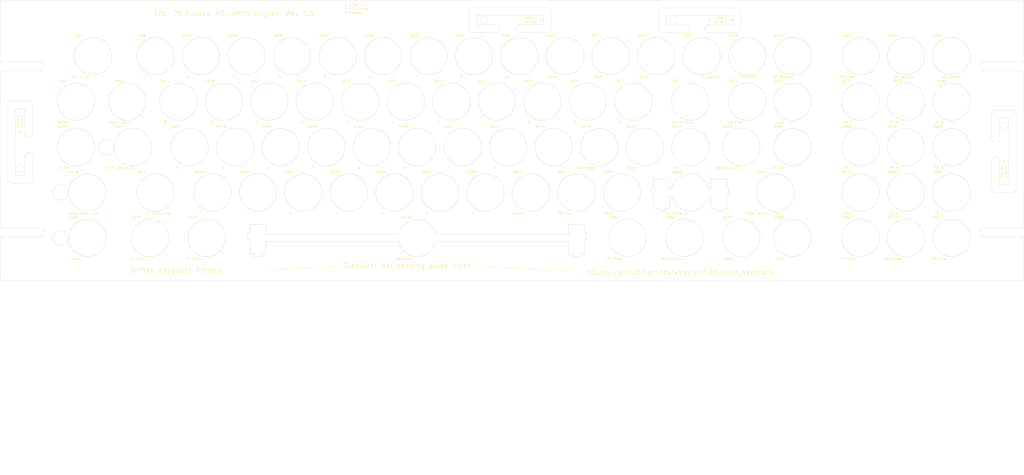
<source format=kicad_pcb>
(kicad_pcb (version 20171130) (host pcbnew "(5.1.6-0-10_14)")

  (general
    (thickness 1.6)
    (drawings 135)
    (tracks 0)
    (zones 0)
    (modules 96)
    (nets 1)
  )

  (page C)
  (title_block
    (title "Unified Retro Keyboard")
    (date 2019-08-25)
    (rev 1.1)
    (company OSIWeb.org)
    (comment 1 "Key aligner - Futaba")
  )

  (layers
    (0 F.Cu signal)
    (31 B.Cu signal)
    (32 B.Adhes user)
    (33 F.Adhes user)
    (34 B.Paste user)
    (35 F.Paste user)
    (36 B.SilkS user)
    (37 F.SilkS user)
    (38 B.Mask user)
    (39 F.Mask user)
    (40 Dwgs.User user)
    (41 Cmts.User user)
    (42 Eco1.User user)
    (43 Eco2.User user)
    (44 Edge.Cuts user)
    (45 Margin user)
    (46 B.CrtYd user)
    (47 F.CrtYd user)
    (48 B.Fab user)
    (49 F.Fab user)
  )

  (setup
    (last_trace_width 0.254)
    (user_trace_width 0.254)
    (user_trace_width 0.508)
    (user_trace_width 1.27)
    (trace_clearance 0.2)
    (zone_clearance 0.508)
    (zone_45_only no)
    (trace_min 0.2)
    (via_size 0.8128)
    (via_drill 0.4064)
    (via_min_size 0.4)
    (via_min_drill 0.3)
    (user_via 1.27 0.7112)
    (uvia_size 0.3048)
    (uvia_drill 0.1016)
    (uvias_allowed no)
    (uvia_min_size 0.2)
    (uvia_min_drill 0.1)
    (edge_width 0.05)
    (segment_width 0.2)
    (pcb_text_width 0.3)
    (pcb_text_size 1.5 1.5)
    (mod_edge_width 0.12)
    (mod_text_size 1 1)
    (mod_text_width 0.15)
    (pad_size 1.5875 1.5875)
    (pad_drill 1.5875)
    (pad_to_mask_clearance 0)
    (aux_axis_origin 61.4172 179.1081)
    (grid_origin 76.835 223.393)
    (visible_elements 7FFFEFFF)
    (pcbplotparams
      (layerselection 0x010fc_ffffffff)
      (usegerberextensions false)
      (usegerberattributes false)
      (usegerberadvancedattributes false)
      (creategerberjobfile false)
      (excludeedgelayer true)
      (linewidth 0.100000)
      (plotframeref false)
      (viasonmask false)
      (mode 1)
      (useauxorigin false)
      (hpglpennumber 1)
      (hpglpenspeed 20)
      (hpglpendiameter 15.000000)
      (psnegative false)
      (psa4output false)
      (plotreference true)
      (plotvalue true)
      (plotinvisibletext false)
      (padsonsilk false)
      (subtractmaskfromsilk false)
      (outputformat 1)
      (mirror false)
      (drillshape 0)
      (scaleselection 1)
      (outputdirectory "outputs"))
  )

  (net 0 "")

  (net_class Default "This is the default net class."
    (clearance 0.2)
    (trace_width 0.254)
    (via_dia 0.8128)
    (via_drill 0.4064)
    (uvia_dia 0.3048)
    (uvia_drill 0.1016)
    (diff_pair_width 0.2032)
    (diff_pair_gap 0.254)
  )

  (net_class power1 ""
    (clearance 0.254)
    (trace_width 1.27)
    (via_dia 1.27)
    (via_drill 0.7112)
    (uvia_dia 0.3048)
    (uvia_drill 0.1016)
    (diff_pair_width 0.2032)
    (diff_pair_gap 0.254)
  )

  (net_class signal ""
    (clearance 0.2032)
    (trace_width 0.254)
    (via_dia 0.8128)
    (via_drill 0.4064)
    (uvia_dia 0.3048)
    (uvia_drill 0.1016)
    (diff_pair_width 0.2032)
    (diff_pair_gap 0.254)
  )

  (module unikbd:Futaba_space_Cherry_aligner locked (layer F.Cu) (tedit 5EDE6F80) (tstamp 5E12D584)
    (at 251.45238 206.79156)
    (path /5E16AC8E/5E135ADC)
    (fp_text reference SW78 (at -4.5847 -8.5725) (layer F.SilkS)
      (effects (font (size 1 1) (thickness 0.15)))
    )
    (fp_text value Spacebar (at -5.334 8.6614) (layer F.SilkS)
      (effects (font (size 1 1) (thickness 0.15)))
    )
    (fp_line (start -63.3476 -5.6896) (end -63.3476 -1.397) (layer Edge.Cuts) (width 0.12))
    (fp_line (start -70.0024 -5.6896) (end -63.3476 -5.6896) (layer Edge.Cuts) (width 0.12))
    (fp_line (start -70.0024 -2.286) (end -70.0024 -5.6896) (layer Edge.Cuts) (width 0.12))
    (fp_line (start -70.866 -2.286) (end -70.0024 -2.286) (layer Edge.Cuts) (width 0.12))
    (fp_line (start -70.866 0.508) (end -70.866 -2.286) (layer Edge.Cuts) (width 0.12))
    (fp_line (start -70.0024 0.508) (end -70.866 0.508) (layer Edge.Cuts) (width 0.12))
    (fp_line (start -70.0024 6.604) (end -70.0024 0.508) (layer Edge.Cuts) (width 0.12))
    (fp_line (start -68.199 6.604) (end -70.0024 6.604) (layer Edge.Cuts) (width 0.12))
    (fp_line (start -68.199 7.7724) (end -68.199 6.604) (layer Edge.Cuts) (width 0.12))
    (fp_line (start -65.151 7.7724) (end -68.199 7.7724) (layer Edge.Cuts) (width 0.12))
    (fp_line (start -65.151 6.604) (end -65.151 7.7724) (layer Edge.Cuts) (width 0.12))
    (fp_line (start -63.3476 6.604) (end -65.151 6.604) (layer Edge.Cuts) (width 0.12))
    (fp_line (start -63.3476 1.397) (end -63.3476 6.604) (layer Edge.Cuts) (width 0.12))
    (fp_line (start 63.3476 6.604) (end 63.3476 1.397) (layer Edge.Cuts) (width 0.12))
    (fp_line (start 65.151 6.604) (end 63.3476 6.604) (layer Edge.Cuts) (width 0.12))
    (fp_line (start 65.151 7.7724) (end 65.151 6.604) (layer Edge.Cuts) (width 0.12))
    (fp_line (start 68.199 7.7724) (end 65.151 7.7724) (layer Edge.Cuts) (width 0.12))
    (fp_line (start 68.199 6.604) (end 68.199 7.7724) (layer Edge.Cuts) (width 0.12))
    (fp_line (start 70.0024 6.604) (end 68.199 6.604) (layer Edge.Cuts) (width 0.12))
    (fp_line (start 70.0024 0.508) (end 70.0024 6.604) (layer Edge.Cuts) (width 0.12))
    (fp_line (start 70.866 0.508) (end 70.0024 0.508) (layer Edge.Cuts) (width 0.12))
    (fp_line (start 70.866 -2.286) (end 70.866 0.508) (layer Edge.Cuts) (width 0.12))
    (fp_line (start 70.0024 -2.286) (end 70.866 -2.286) (layer Edge.Cuts) (width 0.12))
    (fp_line (start 70.0024 -5.6896) (end 70.0024 -2.286) (layer Edge.Cuts) (width 0.12))
    (fp_line (start 63.3476 -5.6896) (end 70.0024 -5.6896) (layer Edge.Cuts) (width 0.12))
    (fp_line (start 63.3476 -1.397) (end 63.3476 -5.6896) (layer Edge.Cuts) (width 0.12))
    (fp_line (start 7.697216 1.397) (end 63.3476 1.397) (layer Edge.Cuts) (width 0.12))
    (fp_line (start 7.697216 -1.397) (end 63.3476 -1.397) (layer Edge.Cuts) (width 0.12))
    (fp_line (start -63.3476 -1.397) (end -7.697216 -1.397) (layer Edge.Cuts) (width 0.12))
    (fp_line (start -63.3476 1.397) (end -7.697216 1.397) (layer Edge.Cuts) (width 0.12))
    (fp_text user MX_space_aligner (at -0.6096 7.9248) (layer B.Fab)
      (effects (font (size 1 1) (thickness 0.15)))
    )
    (fp_text user SW** (at -5.334 -7.874) (layer F.SilkS) hide
      (effects (font (size 1 1) (thickness 0.15)))
    )
    (fp_text user Futaba_2u_Cherry_aligner (at 0 -0.5) (layer F.Fab)
      (effects (font (size 1 1) (thickness 0.15)))
    )
    (fp_text user REF** (at 0 0.5) (layer F.SilkS) hide
      (effects (font (size 1 1) (thickness 0.15)))
    )
    (fp_arc (start 0 0) (end 7.697216 -1.397) (angle -159.4) (layer Edge.Cuts) (width 0.12))
    (fp_arc (start 0 0) (end -7.697216 1.397) (angle -159.4) (layer Edge.Cuts) (width 0.12))
    (pad "" np_thru_hole circle (at -6.985 6.985) (size 1.6256 1.6256) (drill 1.6256) (layers *.Cu *.Mask))
    (pad "" np_thru_hole circle (at -6.985 -6.985) (size 1.6256 1.6256) (drill 1.6256) (layers *.Cu *.Mask))
    (pad "" np_thru_hole circle (at 6.985 -6.985) (size 1.6256 1.6256) (drill 1.6256) (layers *.Cu *.Mask))
    (pad "" np_thru_hole circle (at 6.985 6.985) (size 1.6256 1.6256) (drill 1.6256) (layers *.Cu *.Mask))
  )

  (module MountingHole:MountingHole_3.2mm_M3 (layer F.Cu) (tedit 5EDDA75F) (tstamp 5EDE0C20)
    (at 184.79516 220.90634)
    (descr "Mounting Hole 3.2mm, no annular, M3")
    (tags "mounting hole 3.2mm no annular m3")
    (attr virtual)
    (fp_text reference REF** (at 0 -4.2) (layer F.SilkS) hide
      (effects (font (size 1 1) (thickness 0.15)))
    )
    (fp_text value "Rod sizing hole 1/16 inch" (at 0 4.2) (layer F.Fab)
      (effects (font (size 1 1) (thickness 0.15)))
    )
    (fp_text user H? (at 0 -2.54) (layer F.Fab)
      (effects (font (size 1 1) (thickness 0.15)))
    )
    (pad "" np_thru_hole circle (at 0 0) (size 1.5875 1.5875) (drill 1.5875) (layers *.Cu *.Mask))
  )

  (module MountingHole:MountingHole_3.2mm_M3 (layer F.Cu) (tedit 5EDDA75F) (tstamp 5EDDA612)
    (at 318.14516 220.90634)
    (descr "Mounting Hole 3.2mm, no annular, M3")
    (tags "mounting hole 3.2mm no annular m3")
    (attr virtual)
    (fp_text reference REF** (at 0 -4.2) (layer F.SilkS) hide
      (effects (font (size 1 1) (thickness 0.15)))
    )
    (fp_text value "Rod sizing hole 1/16 inch" (at 0 4.2) (layer F.Fab)
      (effects (font (size 1 1) (thickness 0.15)))
    )
    (fp_text user H? (at 0 -2.54) (layer F.Fab)
      (effects (font (size 1 1) (thickness 0.15)))
    )
    (pad "" np_thru_hole circle (at 0 0) (size 1.5875 1.5875) (drill 1.5875) (layers *.Cu *.Mask))
  )

  (module unikbd:Futaba_2u_Cherry_aligner locked (layer F.Cu) (tedit 5E8CDB68) (tstamp 5E12D3B8)
    (at 365.75238 187.74156)
    (path /5BC3E99D/5BC6D0C2)
    (fp_text reference SW55 (at -5.7912 -8.6106) (layer F.SilkS)
      (effects (font (size 1 1) (thickness 0.15)))
    )
    (fp_text value "RT Shift: 2x" (at -5.334 8.6614) (layer F.SilkS)
      (effects (font (size 1 1) (thickness 0.15)))
    )
    (fp_line (start -8.6106 -5.6896) (end -8.6106 -1.397) (layer Edge.Cuts) (width 0.12))
    (fp_line (start -15.2654 -5.6896) (end -8.6106 -5.6896) (layer Edge.Cuts) (width 0.12))
    (fp_line (start -15.2654 -2.286) (end -15.2654 -5.6896) (layer Edge.Cuts) (width 0.12))
    (fp_line (start -16.129 -2.286) (end -15.2654 -2.286) (layer Edge.Cuts) (width 0.12))
    (fp_line (start -16.129 0.508) (end -16.129 -2.286) (layer Edge.Cuts) (width 0.12))
    (fp_line (start -15.2654 0.508) (end -16.129 0.508) (layer Edge.Cuts) (width 0.12))
    (fp_line (start -15.2654 6.604) (end -15.2654 0.508) (layer Edge.Cuts) (width 0.12))
    (fp_line (start -13.462 6.604) (end -15.2654 6.604) (layer Edge.Cuts) (width 0.12))
    (fp_line (start -13.462 7.7724) (end -13.462 6.604) (layer Edge.Cuts) (width 0.12))
    (fp_line (start -10.414 7.7724) (end -13.462 7.7724) (layer Edge.Cuts) (width 0.12))
    (fp_line (start -10.414 6.604) (end -10.414 7.7724) (layer Edge.Cuts) (width 0.12))
    (fp_line (start -8.6106 6.604) (end -10.414 6.604) (layer Edge.Cuts) (width 0.12))
    (fp_line (start -8.6106 1.397) (end -8.6106 6.604) (layer Edge.Cuts) (width 0.12))
    (fp_line (start 8.6106 6.604) (end 8.6106 1.397) (layer Edge.Cuts) (width 0.12))
    (fp_line (start 10.414 6.604) (end 8.6106 6.604) (layer Edge.Cuts) (width 0.12))
    (fp_line (start 10.414 7.7724) (end 10.414 6.604) (layer Edge.Cuts) (width 0.12))
    (fp_line (start 13.462 7.7724) (end 10.414 7.7724) (layer Edge.Cuts) (width 0.12))
    (fp_line (start 8.6106 -1.397) (end 8.6106 -5.6896) (layer Edge.Cuts) (width 0.12))
    (fp_line (start 8.6106 -5.6896) (end 15.2654 -5.6896) (layer Edge.Cuts) (width 0.12))
    (fp_line (start 13.462 6.604) (end 13.462 7.7724) (layer Edge.Cuts) (width 0.12))
    (fp_line (start 15.2654 6.604) (end 13.462 6.604) (layer Edge.Cuts) (width 0.12))
    (fp_line (start 15.2654 0.508) (end 15.2654 6.604) (layer Edge.Cuts) (width 0.12))
    (fp_line (start 16.129 0.508) (end 15.2654 0.508) (layer Edge.Cuts) (width 0.12))
    (fp_line (start 16.129 -2.286) (end 16.129 0.508) (layer Edge.Cuts) (width 0.12))
    (fp_line (start 15.2654 -2.286) (end 16.129 -2.286) (layer Edge.Cuts) (width 0.12))
    (fp_line (start 15.2654 -5.6896) (end 15.2654 -2.286) (layer Edge.Cuts) (width 0.12))
    (fp_line (start -8.6106 1.397) (end -7.6962 1.397) (layer Edge.Cuts) (width 0.12))
    (fp_line (start -8.6106 -1.397) (end -7.6962 -1.397) (layer Edge.Cuts) (width 0.12))
    (fp_line (start 7.6962 -1.397) (end 8.6106 -1.397) (layer Edge.Cuts) (width 0.12))
    (fp_line (start 7.6962 1.397) (end 8.6106 1.397) (layer Edge.Cuts) (width 0.12))
    (fp_arc (start 0 0) (end -7.697216 1.397) (angle -159.4) (layer Edge.Cuts) (width 0.12))
    (fp_arc (start 0 0) (end 7.697216 -1.397) (angle -159.4) (layer Edge.Cuts) (width 0.12))
    (fp_text user SW** (at -5.334 -7.874) (layer F.SilkS)
      (effects (font (size 1 1) (thickness 0.15)))
    )
    (fp_text user MX_space_aligner (at -0.6096 7.9248) (layer B.Fab)
      (effects (font (size 1 1) (thickness 0.15)))
    )
    (pad "" np_thru_hole circle (at 6.985 6.985) (size 1.6256 1.6256) (drill 1.6256) (layers *.Cu *.Mask))
    (pad "" np_thru_hole circle (at 6.985 -6.985) (size 1.6256 1.6256) (drill 1.6256) (layers *.Cu *.Mask))
    (pad "" np_thru_hole circle (at -6.985 6.985) (size 1.6256 1.6256) (drill 1.6256) (layers *.Cu *.Mask))
    (pad "" np_thru_hole circle (at -6.985 -6.985) (size 1.6256 1.6256) (drill 1.6256) (layers *.Cu *.Mask))
  )

  (module unikbd:Futaba-MD-4PCS-aligner locked (layer F.Cu) (tedit 5DA63068) (tstamp 5E12D408)
    (at 401.47113 187.74156)
    (path /5BC3E99D/5BC6D0C9)
    (fp_text reference SW59 (at -5.7912 -8.6106) (layer F.SilkS)
      (effects (font (size 1 1) (thickness 0.15)))
    )
    (fp_text value "Mode Select: 1.75x" (at -5.334 8.6614) (layer F.SilkS)
      (effects (font (size 1 1) (thickness 0.15)))
    )
    (fp_circle (center 0 0) (end 7.8232 0) (layer Edge.Cuts) (width 0.12))
    (pad "" np_thru_hole circle (at -6.985 -6.985) (size 1.6256 1.6256) (drill 1.6256) (layers *.Cu *.Mask))
    (pad "" np_thru_hole circle (at -6.985 6.985) (size 1.6256 1.6256) (drill 1.6256) (layers *.Cu *.Mask))
    (pad "" np_thru_hole circle (at 6.985 6.985) (size 1.6256 1.6256) (drill 1.6256) (layers *.Cu *.Mask))
    (pad "" np_thru_hole circle (at 6.985 -6.985) (size 1.6256 1.6256) (drill 1.6256) (layers *.Cu *.Mask))
  )

  (module unikbd:Futaba-MD-4PCS-aligner locked (layer F.Cu) (tedit 5DA63068) (tstamp 5E12D458)
    (at 251.45238 168.69156)
    (path /5BC3E99D/5BC3FF70)
    (fp_text reference SW63 (at -5.7912 -8.6106) (layer F.SilkS)
      (effects (font (size 1 1) (thickness 0.15)))
    )
    (fp_text value H (at -5.334 8.6614) (layer F.SilkS)
      (effects (font (size 1 1) (thickness 0.15)))
    )
    (fp_circle (center 0 0) (end 7.8232 0) (layer Edge.Cuts) (width 0.12))
    (pad "" np_thru_hole circle (at -6.985 -6.985) (size 1.6256 1.6256) (drill 1.6256) (layers *.Cu *.Mask))
    (pad "" np_thru_hole circle (at -6.985 6.985) (size 1.6256 1.6256) (drill 1.6256) (layers *.Cu *.Mask))
    (pad "" np_thru_hole circle (at 6.985 6.985) (size 1.6256 1.6256) (drill 1.6256) (layers *.Cu *.Mask))
    (pad "" np_thru_hole circle (at 6.985 -6.985) (size 1.6256 1.6256) (drill 1.6256) (layers *.Cu *.Mask))
  )

  (module unikbd:Futaba-MD-4PCS-aligner locked (layer F.Cu) (tedit 5DA63068) (tstamp 5E12D41C)
    (at 232.40238 168.69156)
    (path /5BC3E99D/5BC3FF77)
    (fp_text reference SW60 (at -5.7912 -8.6106) (layer F.SilkS)
      (effects (font (size 1 1) (thickness 0.15)))
    )
    (fp_text value G (at -5.334 8.6614) (layer F.SilkS)
      (effects (font (size 1 1) (thickness 0.15)))
    )
    (fp_circle (center 0 0) (end 7.8232 0) (layer Edge.Cuts) (width 0.12))
    (pad "" np_thru_hole circle (at -6.985 -6.985) (size 1.6256 1.6256) (drill 1.6256) (layers *.Cu *.Mask))
    (pad "" np_thru_hole circle (at -6.985 6.985) (size 1.6256 1.6256) (drill 1.6256) (layers *.Cu *.Mask))
    (pad "" np_thru_hole circle (at 6.985 6.985) (size 1.6256 1.6256) (drill 1.6256) (layers *.Cu *.Mask))
    (pad "" np_thru_hole circle (at 6.985 -6.985) (size 1.6256 1.6256) (drill 1.6256) (layers *.Cu *.Mask))
  )

  (module unikbd:Futaba-MD-4PCS-aligner locked (layer F.Cu) (tedit 5DA63068) (tstamp 5E12D430)
    (at 387.18363 168.69156)
    (path /5BC3E99D/5BC6CD87)
    (fp_text reference SW61 (at -5.7912 -8.6106) (layer F.SilkS)
      (effects (font (size 1 1) (thickness 0.15)))
    )
    (fp_text value "Repeat: 1.25x" (at -5.334 8.6614) (layer F.SilkS)
      (effects (font (size 1 1) (thickness 0.15)))
    )
    (fp_circle (center 0 0) (end 7.8232 0) (layer Edge.Cuts) (width 0.12))
    (pad "" np_thru_hole circle (at -6.985 -6.985) (size 1.6256 1.6256) (drill 1.6256) (layers *.Cu *.Mask))
    (pad "" np_thru_hole circle (at -6.985 6.985) (size 1.6256 1.6256) (drill 1.6256) (layers *.Cu *.Mask))
    (pad "" np_thru_hole circle (at 6.985 6.985) (size 1.6256 1.6256) (drill 1.6256) (layers *.Cu *.Mask))
    (pad "" np_thru_hole circle (at 6.985 -6.985) (size 1.6256 1.6256) (drill 1.6256) (layers *.Cu *.Mask))
  )

  (module unikbd:Futaba-MD-4PCS-aligner locked (layer F.Cu) (tedit 5DA63068) (tstamp 5E12D3CC)
    (at 213.35238 168.69156)
    (path /5BC3E99D/5BC3FF69)
    (fp_text reference SW56 (at -5.7912 -8.6106) (layer F.SilkS)
      (effects (font (size 1 1) (thickness 0.15)))
    )
    (fp_text value F (at -5.334 8.6614) (layer F.SilkS)
      (effects (font (size 1 1) (thickness 0.15)))
    )
    (fp_circle (center 0 0) (end 7.8232 0) (layer Edge.Cuts) (width 0.12))
    (pad "" np_thru_hole circle (at -6.985 -6.985) (size 1.6256 1.6256) (drill 1.6256) (layers *.Cu *.Mask))
    (pad "" np_thru_hole circle (at -6.985 6.985) (size 1.6256 1.6256) (drill 1.6256) (layers *.Cu *.Mask))
    (pad "" np_thru_hole circle (at 6.985 6.985) (size 1.6256 1.6256) (drill 1.6256) (layers *.Cu *.Mask))
    (pad "" np_thru_hole circle (at 6.985 -6.985) (size 1.6256 1.6256) (drill 1.6256) (layers *.Cu *.Mask))
  )

  (module unikbd:Futaba-MD-4PCS-aligner locked (layer F.Cu) (tedit 5DA63068) (tstamp 5E12D46C)
    (at 408.61488 168.69156)
    (path /5BC3E99D/5BC6CD80)
    (fp_text reference SW64 (at -5.7912 -8.6106) (layer F.SilkS)
      (effects (font (size 1 1) (thickness 0.15)))
    )
    (fp_text value "RT Ctrl" (at -5.334 8.6614) (layer F.SilkS)
      (effects (font (size 1 1) (thickness 0.15)))
    )
    (fp_circle (center 0 0) (end 7.8232 0) (layer Edge.Cuts) (width 0.12))
    (pad "" np_thru_hole circle (at -6.985 -6.985) (size 1.6256 1.6256) (drill 1.6256) (layers *.Cu *.Mask))
    (pad "" np_thru_hole circle (at -6.985 6.985) (size 1.6256 1.6256) (drill 1.6256) (layers *.Cu *.Mask))
    (pad "" np_thru_hole circle (at 6.985 6.985) (size 1.6256 1.6256) (drill 1.6256) (layers *.Cu *.Mask))
    (pad "" np_thru_hole circle (at 6.985 -6.985) (size 1.6256 1.6256) (drill 1.6256) (layers *.Cu *.Mask))
  )

  (module unikbd:Futaba-MD-4PCS-aligner locked (layer F.Cu) (tedit 5DA63068) (tstamp 5E12D250)
    (at 270.50238 168.69156)
    (path /5BC3E99D/5E1BE11F)
    (fp_text reference SW37 (at -5.7912 -8.6106) (layer F.SilkS)
      (effects (font (size 1 1) (thickness 0.15)))
    )
    (fp_text value J (at -5.334 8.6614) (layer F.SilkS)
      (effects (font (size 1 1) (thickness 0.15)))
    )
    (fp_circle (center 0 0) (end 7.8232 0) (layer Edge.Cuts) (width 0.12))
    (pad "" np_thru_hole circle (at -6.985 -6.985) (size 1.6256 1.6256) (drill 1.6256) (layers *.Cu *.Mask))
    (pad "" np_thru_hole circle (at -6.985 6.985) (size 1.6256 1.6256) (drill 1.6256) (layers *.Cu *.Mask))
    (pad "" np_thru_hole circle (at 6.985 6.985) (size 1.6256 1.6256) (drill 1.6256) (layers *.Cu *.Mask))
    (pad "" np_thru_hole circle (at 6.985 -6.985) (size 1.6256 1.6256) (drill 1.6256) (layers *.Cu *.Mask))
  )

  (module unikbd:Futaba-MD-4PCS-aligner locked (layer F.Cu) (tedit 5DA63068) (tstamp 5E12D55C)
    (at 456.11288 168.69156)
    (path /5E16AC8E/5E1BE10C)
    (fp_text reference SW76 (at -5.7912 -8.6106) (layer F.SilkS)
      (effects (font (size 1 1) (thickness 0.15)))
    )
    (fp_text value "NP 5" (at -5.334 8.6614) (layer F.SilkS)
      (effects (font (size 1 1) (thickness 0.15)))
    )
    (fp_circle (center 0 0) (end 7.8232 0) (layer Edge.Cuts) (width 0.12))
    (pad "" np_thru_hole circle (at -6.985 -6.985) (size 1.6256 1.6256) (drill 1.6256) (layers *.Cu *.Mask))
    (pad "" np_thru_hole circle (at -6.985 6.985) (size 1.6256 1.6256) (drill 1.6256) (layers *.Cu *.Mask))
    (pad "" np_thru_hole circle (at 6.985 6.985) (size 1.6256 1.6256) (drill 1.6256) (layers *.Cu *.Mask))
    (pad "" np_thru_hole circle (at 6.985 -6.985) (size 1.6256 1.6256) (drill 1.6256) (layers *.Cu *.Mask))
  )

  (module unikbd:Futaba-MD-4PCS-aligner locked (layer F.Cu) (tedit 5DA63068) (tstamp 5E12D28C)
    (at 132.38988 168.69156)
    (path /5BC3E99D/5BC3FD26)
    (fp_text reference SW40 (at -5.7912 -8.6106) (layer F.SilkS)
      (effects (font (size 1 1) (thickness 0.15)))
    )
    (fp_text value "Shift Lock: 1.5x" (at -5.334 8.6614) (layer F.SilkS)
      (effects (font (size 1 1) (thickness 0.15)))
    )
    (fp_circle (center 0 0) (end 7.8232 0) (layer Edge.Cuts) (width 0.12))
    (pad "" np_thru_hole circle (at -6.985 -6.985) (size 1.6256 1.6256) (drill 1.6256) (layers *.Cu *.Mask))
    (pad "" np_thru_hole circle (at -6.985 6.985) (size 1.6256 1.6256) (drill 1.6256) (layers *.Cu *.Mask))
    (pad "" np_thru_hole circle (at 6.985 6.985) (size 1.6256 1.6256) (drill 1.6256) (layers *.Cu *.Mask))
    (pad "" np_thru_hole circle (at 6.985 -6.985) (size 1.6256 1.6256) (drill 1.6256) (layers *.Cu *.Mask))
  )

  (module unikbd:Futaba-MD-4PCS-aligner locked (layer F.Cu) (tedit 5DA63068) (tstamp 5E12D2A0)
    (at 289.55238 168.69156)
    (path /5BC3E99D/5BC6CD5D)
    (fp_text reference SW41 (at -5.7912 -8.6106) (layer F.SilkS)
      (effects (font (size 1 1) (thickness 0.15)))
    )
    (fp_text value K (at -5.334 8.6614) (layer F.SilkS)
      (effects (font (size 1 1) (thickness 0.15)))
    )
    (fp_circle (center 0 0) (end 7.8232 0) (layer Edge.Cuts) (width 0.12))
    (pad "" np_thru_hole circle (at -6.985 -6.985) (size 1.6256 1.6256) (drill 1.6256) (layers *.Cu *.Mask))
    (pad "" np_thru_hole circle (at -6.985 6.985) (size 1.6256 1.6256) (drill 1.6256) (layers *.Cu *.Mask))
    (pad "" np_thru_hole circle (at 6.985 6.985) (size 1.6256 1.6256) (drill 1.6256) (layers *.Cu *.Mask))
    (pad "" np_thru_hole circle (at 6.985 -6.985) (size 1.6256 1.6256) (drill 1.6256) (layers *.Cu *.Mask))
  )

  (module unikbd:Futaba-MD-4PCS-aligner locked (layer F.Cu) (tedit 5DA63068) (tstamp 5E12D2DC)
    (at 156.20238 168.69156)
    (path /5BC3E99D/5BC3FE57)
    (fp_text reference SW44 (at -5.7912 -8.6106) (layer F.SilkS)
      (effects (font (size 1 1) (thickness 0.15)))
    )
    (fp_text value A (at -5.334 8.6614) (layer F.SilkS)
      (effects (font (size 1 1) (thickness 0.15)))
    )
    (fp_circle (center 0 0) (end 7.8232 0) (layer Edge.Cuts) (width 0.12))
    (pad "" np_thru_hole circle (at -6.985 -6.985) (size 1.6256 1.6256) (drill 1.6256) (layers *.Cu *.Mask))
    (pad "" np_thru_hole circle (at -6.985 6.985) (size 1.6256 1.6256) (drill 1.6256) (layers *.Cu *.Mask))
    (pad "" np_thru_hole circle (at 6.985 6.985) (size 1.6256 1.6256) (drill 1.6256) (layers *.Cu *.Mask))
    (pad "" np_thru_hole circle (at 6.985 -6.985) (size 1.6256 1.6256) (drill 1.6256) (layers *.Cu *.Mask))
  )

  (module unikbd:Futaba-MD-4PCS-aligner locked (layer F.Cu) (tedit 5DA63068) (tstamp 5E12D2F0)
    (at 308.60238 168.69156)
    (path /5BC3E99D/5BC6CD6B)
    (fp_text reference SW45 (at -5.7912 -8.6106) (layer F.SilkS)
      (effects (font (size 1 1) (thickness 0.15)))
    )
    (fp_text value L (at -5.334 8.6614) (layer F.SilkS)
      (effects (font (size 1 1) (thickness 0.15)))
    )
    (fp_circle (center 0 0) (end 7.8232 0) (layer Edge.Cuts) (width 0.12))
    (pad "" np_thru_hole circle (at -6.985 -6.985) (size 1.6256 1.6256) (drill 1.6256) (layers *.Cu *.Mask))
    (pad "" np_thru_hole circle (at -6.985 6.985) (size 1.6256 1.6256) (drill 1.6256) (layers *.Cu *.Mask))
    (pad "" np_thru_hole circle (at 6.985 6.985) (size 1.6256 1.6256) (drill 1.6256) (layers *.Cu *.Mask))
    (pad "" np_thru_hole circle (at 6.985 -6.985) (size 1.6256 1.6256) (drill 1.6256) (layers *.Cu *.Mask))
  )

  (module unikbd:Futaba-MD-4PCS-aligner locked (layer F.Cu) (tedit 5DA63068) (tstamp 5E12D32C)
    (at 175.25238 168.69156)
    (path /5BC3E99D/5E1BE11D)
    (fp_text reference SW48 (at -5.7912 -8.6106) (layer F.SilkS)
      (effects (font (size 1 1) (thickness 0.15)))
    )
    (fp_text value S (at -5.334 8.6614) (layer F.SilkS)
      (effects (font (size 1 1) (thickness 0.15)))
    )
    (fp_circle (center 0 0) (end 7.8232 0) (layer Edge.Cuts) (width 0.12))
    (pad "" np_thru_hole circle (at -6.985 -6.985) (size 1.6256 1.6256) (drill 1.6256) (layers *.Cu *.Mask))
    (pad "" np_thru_hole circle (at -6.985 6.985) (size 1.6256 1.6256) (drill 1.6256) (layers *.Cu *.Mask))
    (pad "" np_thru_hole circle (at 6.985 6.985) (size 1.6256 1.6256) (drill 1.6256) (layers *.Cu *.Mask))
    (pad "" np_thru_hole circle (at 6.985 -6.985) (size 1.6256 1.6256) (drill 1.6256) (layers *.Cu *.Mask))
  )

  (module unikbd:Futaba-MD-4PCS-aligner locked (layer F.Cu) (tedit 5DA63068) (tstamp 5E12D340)
    (at 327.65238 168.69156)
    (path /5BC3E99D/5BC6CD64)
    (fp_text reference SW49 (at -5.7912 -8.6106) (layer F.SilkS)
      (effects (font (size 1 1) (thickness 0.15)))
    )
    (fp_text value Semicolon (at -5.334 8.6614) (layer F.SilkS)
      (effects (font (size 1 1) (thickness 0.15)))
    )
    (fp_circle (center 0 0) (end 7.8232 0) (layer Edge.Cuts) (width 0.12))
    (pad "" np_thru_hole circle (at -6.985 -6.985) (size 1.6256 1.6256) (drill 1.6256) (layers *.Cu *.Mask))
    (pad "" np_thru_hole circle (at -6.985 6.985) (size 1.6256 1.6256) (drill 1.6256) (layers *.Cu *.Mask))
    (pad "" np_thru_hole circle (at 6.985 6.985) (size 1.6256 1.6256) (drill 1.6256) (layers *.Cu *.Mask))
    (pad "" np_thru_hole circle (at 6.985 -6.985) (size 1.6256 1.6256) (drill 1.6256) (layers *.Cu *.Mask))
  )

  (module unikbd:Futaba-MD-4PCS-aligner locked (layer F.Cu) (tedit 5DA63068) (tstamp 5E12D37C)
    (at 194.30238 168.69156)
    (path /5BC3E99D/5E0AC938)
    (fp_text reference SW52 (at -5.7912 -8.6106) (layer F.SilkS)
      (effects (font (size 1 1) (thickness 0.15)))
    )
    (fp_text value D (at -5.334 8.6614) (layer F.SilkS)
      (effects (font (size 1 1) (thickness 0.15)))
    )
    (fp_circle (center 0 0) (end 7.8232 0) (layer Edge.Cuts) (width 0.12))
    (pad "" np_thru_hole circle (at -6.985 -6.985) (size 1.6256 1.6256) (drill 1.6256) (layers *.Cu *.Mask))
    (pad "" np_thru_hole circle (at -6.985 6.985) (size 1.6256 1.6256) (drill 1.6256) (layers *.Cu *.Mask))
    (pad "" np_thru_hole circle (at 6.985 6.985) (size 1.6256 1.6256) (drill 1.6256) (layers *.Cu *.Mask))
    (pad "" np_thru_hole circle (at 6.985 -6.985) (size 1.6256 1.6256) (drill 1.6256) (layers *.Cu *.Mask))
  )

  (module unikbd:Futaba-MD-4PCS-aligner locked (layer F.Cu) (tedit 5DA63068) (tstamp 5E12D390)
    (at 346.70238 168.69156)
    (path /5BC3E99D/5BC6CD72)
    (fp_text reference SW53 (at -5.7912 -8.6106) (layer F.SilkS)
      (effects (font (size 1 1) (thickness 0.15)))
    )
    (fp_text value Colon (at -5.334 8.6614) (layer F.SilkS)
      (effects (font (size 1 1) (thickness 0.15)))
    )
    (fp_circle (center 0 0) (end 7.8232 0) (layer Edge.Cuts) (width 0.12))
    (pad "" np_thru_hole circle (at -6.985 -6.985) (size 1.6256 1.6256) (drill 1.6256) (layers *.Cu *.Mask))
    (pad "" np_thru_hole circle (at -6.985 6.985) (size 1.6256 1.6256) (drill 1.6256) (layers *.Cu *.Mask))
    (pad "" np_thru_hole circle (at 6.985 6.985) (size 1.6256 1.6256) (drill 1.6256) (layers *.Cu *.Mask))
    (pad "" np_thru_hole circle (at 6.985 -6.985) (size 1.6256 1.6256) (drill 1.6256) (layers *.Cu *.Mask))
  )

  (module unikbd:Futaba-MD-4PCS-aligner locked (layer F.Cu) (tedit 5DA63068) (tstamp 5E12D4BC)
    (at 437.06288 168.69156)
    (path /5E16AC8E/5E1BE109)
    (fp_text reference SW68 (at -5.7912 -8.6106) (layer F.SilkS)
      (effects (font (size 1 1) (thickness 0.15)))
    )
    (fp_text value "NP 4" (at -5.334 8.6614) (layer F.SilkS)
      (effects (font (size 1 1) (thickness 0.15)))
    )
    (fp_circle (center 0 0) (end 7.8232 0) (layer Edge.Cuts) (width 0.12))
    (pad "" np_thru_hole circle (at -6.985 -6.985) (size 1.6256 1.6256) (drill 1.6256) (layers *.Cu *.Mask))
    (pad "" np_thru_hole circle (at -6.985 6.985) (size 1.6256 1.6256) (drill 1.6256) (layers *.Cu *.Mask))
    (pad "" np_thru_hole circle (at 6.985 6.985) (size 1.6256 1.6256) (drill 1.6256) (layers *.Cu *.Mask))
    (pad "" np_thru_hole circle (at 6.985 -6.985) (size 1.6256 1.6256) (drill 1.6256) (layers *.Cu *.Mask))
  )

  (module unikbd:Futaba-MD-4PCS-aligner locked (layer F.Cu) (tedit 5DA63068) (tstamp 5E12D5E8)
    (at 475.16288 168.69156)
    (path /5E16AC8E/5E1BE10D)
    (fp_text reference SW83 (at -5.7912 -8.6106) (layer F.SilkS)
      (effects (font (size 1 1) (thickness 0.15)))
    )
    (fp_text value "NP 6" (at -5.334 8.6614) (layer F.SilkS)
      (effects (font (size 1 1) (thickness 0.15)))
    )
    (fp_circle (center 0 0) (end 7.8232 0) (layer Edge.Cuts) (width 0.12))
    (pad "" np_thru_hole circle (at -6.985 -6.985) (size 1.6256 1.6256) (drill 1.6256) (layers *.Cu *.Mask))
    (pad "" np_thru_hole circle (at -6.985 6.985) (size 1.6256 1.6256) (drill 1.6256) (layers *.Cu *.Mask))
    (pad "" np_thru_hole circle (at 6.985 6.985) (size 1.6256 1.6256) (drill 1.6256) (layers *.Cu *.Mask))
    (pad "" np_thru_hole circle (at 6.985 -6.985) (size 1.6256 1.6256) (drill 1.6256) (layers *.Cu *.Mask))
  )

  (module unikbd:Futaba-MD-4PCS-aligner locked (layer F.Cu) (tedit 5DA63068) (tstamp 5E12D3E0)
    (at 365.75238 168.69156)
    (path /5BC3E99D/5BC6CD79)
    (fp_text reference SW57 (at -5.7912 -8.6106) (layer F.SilkS)
      (effects (font (size 1 1) (thickness 0.15)))
    )
    (fp_text value DEL (at -5.334 8.6614) (layer F.SilkS)
      (effects (font (size 1 1) (thickness 0.15)))
    )
    (fp_circle (center 0 0) (end 7.8232 0) (layer Edge.Cuts) (width 0.12))
    (pad "" np_thru_hole circle (at -6.985 -6.985) (size 1.6256 1.6256) (drill 1.6256) (layers *.Cu *.Mask))
    (pad "" np_thru_hole circle (at -6.985 6.985) (size 1.6256 1.6256) (drill 1.6256) (layers *.Cu *.Mask))
    (pad "" np_thru_hole circle (at 6.985 6.985) (size 1.6256 1.6256) (drill 1.6256) (layers *.Cu *.Mask))
    (pad "" np_thru_hole circle (at 6.985 -6.985) (size 1.6256 1.6256) (drill 1.6256) (layers *.Cu *.Mask))
  )

  (module unikbd:Futaba-MD-4PCS-aligner locked (layer F.Cu) (tedit 5DA63068) (tstamp 5E12D3A4)
    (at 203.82738 187.74156)
    (path /5BC3E99D/5BC6CEF2)
    (fp_text reference SW54 (at -5.7912 -8.6106) (layer F.SilkS)
      (effects (font (size 1 1) (thickness 0.15)))
    )
    (fp_text value C (at -5.334 8.6614) (layer F.SilkS)
      (effects (font (size 1 1) (thickness 0.15)))
    )
    (fp_circle (center 0 0) (end 7.8232 0) (layer Edge.Cuts) (width 0.12))
    (pad "" np_thru_hole circle (at -6.985 -6.985) (size 1.6256 1.6256) (drill 1.6256) (layers *.Cu *.Mask))
    (pad "" np_thru_hole circle (at -6.985 6.985) (size 1.6256 1.6256) (drill 1.6256) (layers *.Cu *.Mask))
    (pad "" np_thru_hole circle (at 6.985 6.985) (size 1.6256 1.6256) (drill 1.6256) (layers *.Cu *.Mask))
    (pad "" np_thru_hole circle (at 6.985 -6.985) (size 1.6256 1.6256) (drill 1.6256) (layers *.Cu *.Mask))
  )

  (module unikbd:Futaba-MD-4PCS-aligner locked (layer F.Cu) (tedit 5DA63068) (tstamp 5E6EC726)
    (at 163.34613 206.79156)
    (path /5E16AC8E/5E1BE0F6)
    (fp_text reference SW74 (at -5.7912 -8.6106) (layer F.SilkS)
      (effects (font (size 1 1) (thickness 0.15)))
    )
    (fp_text value "LT Arrow" (at -5.334 8.6614) (layer F.SilkS)
      (effects (font (size 1 1) (thickness 0.15)))
    )
    (fp_circle (center 0 0) (end 7.8232 0) (layer Edge.Cuts) (width 0.12))
    (pad "" np_thru_hole circle (at -6.985 -6.985) (size 1.6256 1.6256) (drill 1.6256) (layers *.Cu *.Mask))
    (pad "" np_thru_hole circle (at -6.985 6.985) (size 1.6256 1.6256) (drill 1.6256) (layers *.Cu *.Mask))
    (pad "" np_thru_hole circle (at 6.985 6.985) (size 1.6256 1.6256) (drill 1.6256) (layers *.Cu *.Mask))
    (pad "" np_thru_hole circle (at 6.985 -6.985) (size 1.6256 1.6256) (drill 1.6256) (layers *.Cu *.Mask))
  )

  (module unikbd:Futaba-MD-4PCS-aligner locked (layer F.Cu) (tedit 5DA63068) (tstamp 5E120789)
    (at 475.16288 149.64156)
    (path /5E16AC8E/5E1BE103)
    (fp_text reference SW85 (at -4.03098 -8.56996) (layer F.SilkS)
      (effects (font (size 1 1) (thickness 0.15)))
    )
    (fp_text value "NP 9" (at -5.334 8.6614) (layer F.SilkS)
      (effects (font (size 1 1) (thickness 0.15)))
    )
    (fp_circle (center 0 0) (end 7.8232 0) (layer Edge.Cuts) (width 0.12))
    (pad "" np_thru_hole circle (at -6.985 -6.985) (size 1.6256 1.6256) (drill 1.6256) (layers *.Cu *.Mask))
    (pad "" np_thru_hole circle (at -6.985 6.985) (size 1.6256 1.6256) (drill 1.6256) (layers *.Cu *.Mask))
    (pad "" np_thru_hole circle (at 6.985 6.985) (size 1.6256 1.6256) (drill 1.6256) (layers *.Cu *.Mask))
    (pad "" np_thru_hole circle (at 6.985 -6.985) (size 1.6256 1.6256) (drill 1.6256) (layers *.Cu *.Mask))
  )

  (module unikbd:Futaba-MD-4PCS-aligner locked (layer F.Cu) (tedit 5DA63068) (tstamp 5E12D1C4)
    (at 227.63988 149.64156)
    (path /5BC3EA0A/5BCAF420)
    (fp_text reference SW30 (at -5.7912 -8.6106) (layer F.SilkS)
      (effects (font (size 1 1) (thickness 0.15)))
    )
    (fp_text value T (at -5.334 8.6614) (layer F.SilkS)
      (effects (font (size 1 1) (thickness 0.15)))
    )
    (fp_circle (center 0 0) (end 7.8232 0) (layer Edge.Cuts) (width 0.12))
    (pad "" np_thru_hole circle (at -6.985 -6.985) (size 1.6256 1.6256) (drill 1.6256) (layers *.Cu *.Mask))
    (pad "" np_thru_hole circle (at -6.985 6.985) (size 1.6256 1.6256) (drill 1.6256) (layers *.Cu *.Mask))
    (pad "" np_thru_hole circle (at 6.985 6.985) (size 1.6256 1.6256) (drill 1.6256) (layers *.Cu *.Mask))
    (pad "" np_thru_hole circle (at 6.985 -6.985) (size 1.6256 1.6256) (drill 1.6256) (layers *.Cu *.Mask))
  )

  (module unikbd:Futaba-MD-4PCS-aligner locked (layer F.Cu) (tedit 5DA63068) (tstamp 5E12D64C)
    (at 408.61488 206.79156)
    (path /5E16AC8E/5E1BE0F8)
    (fp_text reference SW88 (at -5.7912 -8.6106) (layer F.SilkS)
      (effects (font (size 1 1) (thickness 0.15)))
    )
    (fp_text value Clear (at -5.334 8.6614) (layer F.SilkS)
      (effects (font (size 1 1) (thickness 0.15)))
    )
    (fp_circle (center 0 0) (end 7.8232 0) (layer Edge.Cuts) (width 0.12))
    (pad "" np_thru_hole circle (at -6.985 -6.985) (size 1.6256 1.6256) (drill 1.6256) (layers *.Cu *.Mask))
    (pad "" np_thru_hole circle (at -6.985 6.985) (size 1.6256 1.6256) (drill 1.6256) (layers *.Cu *.Mask))
    (pad "" np_thru_hole circle (at 6.985 6.985) (size 1.6256 1.6256) (drill 1.6256) (layers *.Cu *.Mask))
    (pad "" np_thru_hole circle (at 6.985 -6.985) (size 1.6256 1.6256) (drill 1.6256) (layers *.Cu *.Mask))
  )

  (module unikbd:Futaba-MD-4PCS-aligner locked (layer F.Cu) (tedit 5DA63068) (tstamp 5E12D638)
    (at 387.18363 206.79156)
    (path /5E16AC8E/5E1BE0F9)
    (fp_text reference SW87 (at -5.7912 -8.6106) (layer F.SilkS)
      (effects (font (size 1 1) (thickness 0.15)))
    )
    (fp_text value Home (at -5.334 8.6614) (layer F.SilkS)
      (effects (font (size 1 1) (thickness 0.15)))
    )
    (fp_circle (center 0 0) (end 7.8232 0) (layer Edge.Cuts) (width 0.12))
    (pad "" np_thru_hole circle (at -6.985 -6.985) (size 1.6256 1.6256) (drill 1.6256) (layers *.Cu *.Mask))
    (pad "" np_thru_hole circle (at -6.985 6.985) (size 1.6256 1.6256) (drill 1.6256) (layers *.Cu *.Mask))
    (pad "" np_thru_hole circle (at 6.985 6.985) (size 1.6256 1.6256) (drill 1.6256) (layers *.Cu *.Mask))
    (pad "" np_thru_hole circle (at 6.985 -6.985) (size 1.6256 1.6256) (drill 1.6256) (layers *.Cu *.Mask))
  )

  (module unikbd:Futaba-MD-4PCS-aligner locked (layer F.Cu) (tedit 5DA63068) (tstamp 5E12D624)
    (at 475.16288 187.74156)
    (path /5E16AC8E/5E1BE10E)
    (fp_text reference SW86 (at -5.7912 -8.6106) (layer F.SilkS)
      (effects (font (size 1 1) (thickness 0.15)))
    )
    (fp_text value "NP 3" (at -5.334 8.6614) (layer F.SilkS)
      (effects (font (size 1 1) (thickness 0.15)))
    )
    (fp_circle (center 0 0) (end 7.8232 0) (layer Edge.Cuts) (width 0.12))
    (pad "" np_thru_hole circle (at -6.985 -6.985) (size 1.6256 1.6256) (drill 1.6256) (layers *.Cu *.Mask))
    (pad "" np_thru_hole circle (at -6.985 6.985) (size 1.6256 1.6256) (drill 1.6256) (layers *.Cu *.Mask))
    (pad "" np_thru_hole circle (at 6.985 6.985) (size 1.6256 1.6256) (drill 1.6256) (layers *.Cu *.Mask))
    (pad "" np_thru_hole circle (at 6.985 -6.985) (size 1.6256 1.6256) (drill 1.6256) (layers *.Cu *.Mask))
  )

  (module unikbd:Futaba-MD-4PCS-aligner locked (layer F.Cu) (tedit 5DA63068) (tstamp 5E12D5FC)
    (at 363.37113 206.79156)
    (path /5E16AC8E/5E1BE0F7)
    (fp_text reference SW84 (at -5.7912 -8.6106) (layer F.SilkS)
      (effects (font (size 1 1) (thickness 0.15)))
    )
    (fp_text value "Down Arrow" (at -5.334 8.6614) (layer F.SilkS)
      (effects (font (size 1 1) (thickness 0.15)))
    )
    (fp_circle (center 0 0) (end 7.8232 0) (layer Edge.Cuts) (width 0.12))
    (pad "" np_thru_hole circle (at -6.985 -6.985) (size 1.6256 1.6256) (drill 1.6256) (layers *.Cu *.Mask))
    (pad "" np_thru_hole circle (at -6.985 6.985) (size 1.6256 1.6256) (drill 1.6256) (layers *.Cu *.Mask))
    (pad "" np_thru_hole circle (at 6.985 6.985) (size 1.6256 1.6256) (drill 1.6256) (layers *.Cu *.Mask))
    (pad "" np_thru_hole circle (at 6.985 -6.985) (size 1.6256 1.6256) (drill 1.6256) (layers *.Cu *.Mask))
  )

  (module unikbd:Futaba-MD-4PCS-aligner locked (layer F.Cu) (tedit 5DA63068) (tstamp 5E12D5D4)
    (at 475.16288 130.59156)
    (path /5E16AC8E/5E1BE102)
    (fp_text reference SW82 (at -5.7912 -8.6106) (layer F.SilkS)
      (effects (font (size 1 1) (thickness 0.15)))
    )
    (fp_text value "NP divide" (at -0.29718 8.72744) (layer F.SilkS)
      (effects (font (size 1 1) (thickness 0.15)))
    )
    (fp_circle (center 0 0) (end 7.8232 0) (layer Edge.Cuts) (width 0.12))
    (pad "" np_thru_hole circle (at -6.985 -6.985) (size 1.6256 1.6256) (drill 1.6256) (layers *.Cu *.Mask))
    (pad "" np_thru_hole circle (at -6.985 6.985) (size 1.6256 1.6256) (drill 1.6256) (layers *.Cu *.Mask))
    (pad "" np_thru_hole circle (at 6.985 6.985) (size 1.6256 1.6256) (drill 1.6256) (layers *.Cu *.Mask))
    (pad "" np_thru_hole circle (at 6.985 -6.985) (size 1.6256 1.6256) (drill 1.6256) (layers *.Cu *.Mask))
  )

  (module unikbd:Futaba-MD-4PCS-aligner locked (layer F.Cu) (tedit 5DA63068) (tstamp 5E10B4C4)
    (at 339.55863 206.79156)
    (path /5E16AC8E/5E1BE119)
    (fp_text reference SW81 (at -5.7912 -8.6106) (layer F.SilkS)
      (effects (font (size 1 1) (thickness 0.15)))
    )
    (fp_text value "RT Arrow" (at -5.334 8.6614) (layer F.SilkS)
      (effects (font (size 1 1) (thickness 0.15)))
    )
    (fp_circle (center 0 0) (end 7.8232 0) (layer Edge.Cuts) (width 0.12))
    (pad "" np_thru_hole circle (at -6.985 -6.985) (size 1.6256 1.6256) (drill 1.6256) (layers *.Cu *.Mask))
    (pad "" np_thru_hole circle (at -6.985 6.985) (size 1.6256 1.6256) (drill 1.6256) (layers *.Cu *.Mask))
    (pad "" np_thru_hole circle (at 6.985 6.985) (size 1.6256 1.6256) (drill 1.6256) (layers *.Cu *.Mask))
    (pad "" np_thru_hole circle (at 6.985 -6.985) (size 1.6256 1.6256) (drill 1.6256) (layers *.Cu *.Mask))
  )

  (module unikbd:Futaba-MD-4PCS-aligner locked (layer F.Cu) (tedit 5DA63068) (tstamp 5E12D5AC)
    (at 456.11288 187.74156)
    (path /5E16AC8E/5E1BE10B)
    (fp_text reference SW80 (at -5.7912 -8.6106) (layer F.SilkS)
      (effects (font (size 1 1) (thickness 0.15)))
    )
    (fp_text value "NP 2" (at -5.334 8.6614) (layer F.SilkS)
      (effects (font (size 1 1) (thickness 0.15)))
    )
    (fp_circle (center 0 0) (end 7.8232 0) (layer Edge.Cuts) (width 0.12))
    (pad "" np_thru_hole circle (at -6.985 -6.985) (size 1.6256 1.6256) (drill 1.6256) (layers *.Cu *.Mask))
    (pad "" np_thru_hole circle (at -6.985 6.985) (size 1.6256 1.6256) (drill 1.6256) (layers *.Cu *.Mask))
    (pad "" np_thru_hole circle (at 6.985 6.985) (size 1.6256 1.6256) (drill 1.6256) (layers *.Cu *.Mask))
    (pad "" np_thru_hole circle (at 6.985 -6.985) (size 1.6256 1.6256) (drill 1.6256) (layers *.Cu *.Mask))
  )

  (module unikbd:Futaba-MD-4PCS-aligner locked (layer F.Cu) (tedit 5DA63068) (tstamp 5E12D598)
    (at 456.11288 149.64156)
    (path /5E16AC8E/5E1BE100)
    (fp_text reference SW79 (at -3.75158 -8.56996) (layer F.SilkS)
      (effects (font (size 1 1) (thickness 0.15)))
    )
    (fp_text value "NP 8" (at -5.334 8.6614) (layer F.SilkS)
      (effects (font (size 1 1) (thickness 0.15)))
    )
    (fp_circle (center 0 0) (end 7.8232 0) (layer Edge.Cuts) (width 0.12))
    (pad "" np_thru_hole circle (at -6.985 -6.985) (size 1.6256 1.6256) (drill 1.6256) (layers *.Cu *.Mask))
    (pad "" np_thru_hole circle (at -6.985 6.985) (size 1.6256 1.6256) (drill 1.6256) (layers *.Cu *.Mask))
    (pad "" np_thru_hole circle (at 6.985 6.985) (size 1.6256 1.6256) (drill 1.6256) (layers *.Cu *.Mask))
    (pad "" np_thru_hole circle (at 6.985 -6.985) (size 1.6256 1.6256) (drill 1.6256) (layers *.Cu *.Mask))
  )

  (module unikbd:Futaba-MD-4PCS-aligner locked (layer F.Cu) (tedit 5DA63068) (tstamp 5E12D570)
    (at 475.16288 206.79156)
    (path /5E16AC8E/5E1BE116)
    (fp_text reference SW77 (at -5.7912 -8.6106) (layer F.SilkS)
      (effects (font (size 1 1) (thickness 0.15)))
    )
    (fp_text value "NP plus" (at -5.334 8.6614) (layer F.SilkS)
      (effects (font (size 1 1) (thickness 0.15)))
    )
    (fp_circle (center 0 0) (end 7.8232 0) (layer Edge.Cuts) (width 0.12))
    (pad "" np_thru_hole circle (at -6.985 -6.985) (size 1.6256 1.6256) (drill 1.6256) (layers *.Cu *.Mask))
    (pad "" np_thru_hole circle (at -6.985 6.985) (size 1.6256 1.6256) (drill 1.6256) (layers *.Cu *.Mask))
    (pad "" np_thru_hole circle (at 6.985 6.985) (size 1.6256 1.6256) (drill 1.6256) (layers *.Cu *.Mask))
    (pad "" np_thru_hole circle (at 6.985 -6.985) (size 1.6256 1.6256) (drill 1.6256) (layers *.Cu *.Mask))
  )

  (module unikbd:Futaba-MD-4PCS-aligner locked (layer F.Cu) (tedit 5DA63068) (tstamp 5E114E20)
    (at 456.11288 130.59156)
    (path /5E16AC8E/5E1BE101)
    (fp_text reference SW75 (at -5.7912 -8.6106) (layer F.SilkS)
      (effects (font (size 1 1) (thickness 0.15)))
    )
    (fp_text value "NP asterisk" (at -0.88138 8.72744) (layer F.SilkS)
      (effects (font (size 1 1) (thickness 0.15)))
    )
    (fp_circle (center 0 0) (end 7.8232 0) (layer Edge.Cuts) (width 0.12))
    (pad "" np_thru_hole circle (at -6.985 -6.985) (size 1.6256 1.6256) (drill 1.6256) (layers *.Cu *.Mask))
    (pad "" np_thru_hole circle (at -6.985 6.985) (size 1.6256 1.6256) (drill 1.6256) (layers *.Cu *.Mask))
    (pad "" np_thru_hole circle (at 6.985 6.985) (size 1.6256 1.6256) (drill 1.6256) (layers *.Cu *.Mask))
    (pad "" np_thru_hole circle (at 6.985 -6.985) (size 1.6256 1.6256) (drill 1.6256) (layers *.Cu *.Mask))
  )

  (module unikbd:Futaba-MD-4PCS-aligner locked (layer F.Cu) (tedit 5DA63068) (tstamp 5E12D520)
    (at 456.11288 206.79156)
    (path /5E16AC8E/5BC6D0AD)
    (fp_text reference SW73 (at -5.7912 -8.6106) (layer F.SilkS)
      (effects (font (size 1 1) (thickness 0.15)))
    )
    (fp_text value "NP period" (at -5.334 8.6614) (layer F.SilkS)
      (effects (font (size 1 1) (thickness 0.15)))
    )
    (fp_circle (center 0 0) (end 7.8232 0) (layer Edge.Cuts) (width 0.12))
    (pad "" np_thru_hole circle (at -6.985 -6.985) (size 1.6256 1.6256) (drill 1.6256) (layers *.Cu *.Mask))
    (pad "" np_thru_hole circle (at -6.985 6.985) (size 1.6256 1.6256) (drill 1.6256) (layers *.Cu *.Mask))
    (pad "" np_thru_hole circle (at 6.985 6.985) (size 1.6256 1.6256) (drill 1.6256) (layers *.Cu *.Mask))
    (pad "" np_thru_hole circle (at 6.985 -6.985) (size 1.6256 1.6256) (drill 1.6256) (layers *.Cu *.Mask))
  )

  (module unikbd:Futaba-MD-4PCS-aligner locked (layer F.Cu) (tedit 5DA63068) (tstamp 5E12D50C)
    (at 437.06288 187.74156)
    (path /5E16AC8E/5E1BE10A)
    (fp_text reference SW72 (at -5.7912 -8.6106) (layer F.SilkS)
      (effects (font (size 1 1) (thickness 0.15)))
    )
    (fp_text value "NP 1" (at -5.334 8.6614) (layer F.SilkS)
      (effects (font (size 1 1) (thickness 0.15)))
    )
    (fp_circle (center 0 0) (end 7.8232 0) (layer Edge.Cuts) (width 0.12))
    (pad "" np_thru_hole circle (at -6.985 -6.985) (size 1.6256 1.6256) (drill 1.6256) (layers *.Cu *.Mask))
    (pad "" np_thru_hole circle (at -6.985 6.985) (size 1.6256 1.6256) (drill 1.6256) (layers *.Cu *.Mask))
    (pad "" np_thru_hole circle (at 6.985 6.985) (size 1.6256 1.6256) (drill 1.6256) (layers *.Cu *.Mask))
    (pad "" np_thru_hole circle (at 6.985 -6.985) (size 1.6256 1.6256) (drill 1.6256) (layers *.Cu *.Mask))
  )

  (module unikbd:Futaba-MD-4PCS-aligner locked (layer F.Cu) (tedit 5DA63068) (tstamp 5E12D4F8)
    (at 437.06288 149.64156)
    (path /5E16AC8E/5E1BE0FF)
    (fp_text reference SW71 (at -5.7912 -8.6106) (layer F.SilkS)
      (effects (font (size 1 1) (thickness 0.15)))
    )
    (fp_text value "NP 7" (at -5.334 8.6614) (layer F.SilkS)
      (effects (font (size 1 1) (thickness 0.15)))
    )
    (fp_circle (center 0 0) (end 7.8232 0) (layer Edge.Cuts) (width 0.12))
    (pad "" np_thru_hole circle (at -6.985 -6.985) (size 1.6256 1.6256) (drill 1.6256) (layers *.Cu *.Mask))
    (pad "" np_thru_hole circle (at -6.985 6.985) (size 1.6256 1.6256) (drill 1.6256) (layers *.Cu *.Mask))
    (pad "" np_thru_hole circle (at 6.985 6.985) (size 1.6256 1.6256) (drill 1.6256) (layers *.Cu *.Mask))
    (pad "" np_thru_hole circle (at 6.985 -6.985) (size 1.6256 1.6256) (drill 1.6256) (layers *.Cu *.Mask))
  )

  (module unikbd:Futaba-MD-4PCS-aligner locked (layer F.Cu) (tedit 5DA63068) (tstamp 5E12D4E4)
    (at 139.53363 206.79156)
    (path /5E16AC8E/5E1BE0F5)
    (fp_text reference SW70 (at -5.7912 -8.6106) (layer F.SilkS)
      (effects (font (size 1 1) (thickness 0.15)))
    )
    (fp_text value "Up Arrow" (at -5.334 8.6614) (layer F.SilkS)
      (effects (font (size 1 1) (thickness 0.15)))
    )
    (fp_circle (center 0 0) (end 7.8232 0) (layer Edge.Cuts) (width 0.12))
    (pad "" np_thru_hole circle (at -6.985 -6.985) (size 1.6256 1.6256) (drill 1.6256) (layers *.Cu *.Mask))
    (pad "" np_thru_hole circle (at -6.985 6.985) (size 1.6256 1.6256) (drill 1.6256) (layers *.Cu *.Mask))
    (pad "" np_thru_hole circle (at 6.985 6.985) (size 1.6256 1.6256) (drill 1.6256) (layers *.Cu *.Mask))
    (pad "" np_thru_hole circle (at 6.985 -6.985) (size 1.6256 1.6256) (drill 1.6256) (layers *.Cu *.Mask))
  )

  (module unikbd:Futaba-MD-4PCS-aligner locked (layer F.Cu) (tedit 5DA63068) (tstamp 5E12D4D0)
    (at 437.06288 206.79156)
    (path /5E16AC8E/5E149AE2)
    (fp_text reference SW69 (at -5.7912 -8.6106) (layer F.SilkS)
      (effects (font (size 1 1) (thickness 0.15)))
    )
    (fp_text value "NP Zero" (at -5.334 8.6614) (layer F.SilkS)
      (effects (font (size 1 1) (thickness 0.15)))
    )
    (fp_circle (center 0 0) (end 7.8232 0) (layer Edge.Cuts) (width 0.12))
    (pad "" np_thru_hole circle (at -6.985 -6.985) (size 1.6256 1.6256) (drill 1.6256) (layers *.Cu *.Mask))
    (pad "" np_thru_hole circle (at -6.985 6.985) (size 1.6256 1.6256) (drill 1.6256) (layers *.Cu *.Mask))
    (pad "" np_thru_hole circle (at 6.985 6.985) (size 1.6256 1.6256) (drill 1.6256) (layers *.Cu *.Mask))
    (pad "" np_thru_hole circle (at 6.985 -6.985) (size 1.6256 1.6256) (drill 1.6256) (layers *.Cu *.Mask))
  )

  (module unikbd:Futaba-MD-4PCS-aligner locked (layer F.Cu) (tedit 5DA63068) (tstamp 5E12D4A8)
    (at 437.06288 130.59156)
    (path /5E16AC8E/5E13E76B)
    (fp_text reference SW67 (at -5.7912 -8.6106) (layer F.SilkS)
      (effects (font (size 1 1) (thickness 0.15)))
    )
    (fp_text value "NP Dash" (at -5.334 8.6614) (layer F.SilkS)
      (effects (font (size 1 1) (thickness 0.15)))
    )
    (fp_circle (center 0 0) (end 7.8232 0) (layer Edge.Cuts) (width 0.12))
    (pad "" np_thru_hole circle (at -6.985 -6.985) (size 1.6256 1.6256) (drill 1.6256) (layers *.Cu *.Mask))
    (pad "" np_thru_hole circle (at -6.985 6.985) (size 1.6256 1.6256) (drill 1.6256) (layers *.Cu *.Mask))
    (pad "" np_thru_hole circle (at 6.985 6.985) (size 1.6256 1.6256) (drill 1.6256) (layers *.Cu *.Mask))
    (pad "" np_thru_hole circle (at 6.985 -6.985) (size 1.6256 1.6256) (drill 1.6256) (layers *.Cu *.Mask))
  )

  (module unikbd:Futaba-MD-4PCS-aligner locked (layer F.Cu) (tedit 5DA63068) (tstamp 5E12D494)
    (at 113.33988 206.79156)
    (path /5E16AC8E/5E12EFC1)
    (fp_text reference SW66 (at -5.7912 -8.6106) (layer F.SilkS)
      (effects (font (size 1 1) (thickness 0.15)))
    )
    (fp_text value Local (at -5.334 8.6614) (layer F.SilkS)
      (effects (font (size 1 1) (thickness 0.15)))
    )
    (fp_circle (center 0 0) (end 7.8232 0) (layer Edge.Cuts) (width 0.12))
    (pad "" np_thru_hole circle (at -6.985 -6.985) (size 1.6256 1.6256) (drill 1.6256) (layers *.Cu *.Mask))
    (pad "" np_thru_hole circle (at -6.985 6.985) (size 1.6256 1.6256) (drill 1.6256) (layers *.Cu *.Mask))
    (pad "" np_thru_hole circle (at 6.985 6.985) (size 1.6256 1.6256) (drill 1.6256) (layers *.Cu *.Mask))
    (pad "" np_thru_hole circle (at 6.985 -6.985) (size 1.6256 1.6256) (drill 1.6256) (layers *.Cu *.Mask))
  )

  (module unikbd:Futaba-MD-4PCS-aligner locked (layer F.Cu) (tedit 5DA63068) (tstamp 5E12D480)
    (at 260.97738 187.74156)
    (path /5BC3E99D/5BC6CF00)
    (fp_text reference SW65 (at -5.7912 -8.6106) (layer F.SilkS)
      (effects (font (size 1 1) (thickness 0.15)))
    )
    (fp_text value N (at -5.334 8.6614) (layer F.SilkS)
      (effects (font (size 1 1) (thickness 0.15)))
    )
    (fp_circle (center 0 0) (end 7.8232 0) (layer Edge.Cuts) (width 0.12))
    (pad "" np_thru_hole circle (at -6.985 -6.985) (size 1.6256 1.6256) (drill 1.6256) (layers *.Cu *.Mask))
    (pad "" np_thru_hole circle (at -6.985 6.985) (size 1.6256 1.6256) (drill 1.6256) (layers *.Cu *.Mask))
    (pad "" np_thru_hole circle (at 6.985 6.985) (size 1.6256 1.6256) (drill 1.6256) (layers *.Cu *.Mask))
    (pad "" np_thru_hole circle (at 6.985 -6.985) (size 1.6256 1.6256) (drill 1.6256) (layers *.Cu *.Mask))
  )

  (module unikbd:Futaba-MD-4PCS-aligner locked (layer F.Cu) (tedit 5DA63068) (tstamp 5E12D444)
    (at 241.92738 187.74156)
    (path /5BC3E99D/5BC6CF07)
    (fp_text reference SW62 (at -5.7912 -8.6106) (layer F.SilkS)
      (effects (font (size 1 1) (thickness 0.15)))
    )
    (fp_text value B (at -5.334 8.6614) (layer F.SilkS)
      (effects (font (size 1 1) (thickness 0.15)))
    )
    (fp_circle (center 0 0) (end 7.8232 0) (layer Edge.Cuts) (width 0.12))
    (pad "" np_thru_hole circle (at -6.985 -6.985) (size 1.6256 1.6256) (drill 1.6256) (layers *.Cu *.Mask))
    (pad "" np_thru_hole circle (at -6.985 6.985) (size 1.6256 1.6256) (drill 1.6256) (layers *.Cu *.Mask))
    (pad "" np_thru_hole circle (at 6.985 6.985) (size 1.6256 1.6256) (drill 1.6256) (layers *.Cu *.Mask))
    (pad "" np_thru_hole circle (at 6.985 -6.985) (size 1.6256 1.6256) (drill 1.6256) (layers *.Cu *.Mask))
  )

  (module unikbd:Futaba-MD-4PCS-aligner locked (layer F.Cu) (tedit 5DA63068) (tstamp 5E12D3F4)
    (at 222.87738 187.74156)
    (path /5BC3E99D/5BC6CEF9)
    (fp_text reference SW58 (at -5.7912 -8.6106) (layer F.SilkS)
      (effects (font (size 1 1) (thickness 0.15)))
    )
    (fp_text value V (at -5.334 8.6614) (layer F.SilkS)
      (effects (font (size 1 1) (thickness 0.15)))
    )
    (fp_circle (center 0 0) (end 7.8232 0) (layer Edge.Cuts) (width 0.12))
    (pad "" np_thru_hole circle (at -6.985 -6.985) (size 1.6256 1.6256) (drill 1.6256) (layers *.Cu *.Mask))
    (pad "" np_thru_hole circle (at -6.985 6.985) (size 1.6256 1.6256) (drill 1.6256) (layers *.Cu *.Mask))
    (pad "" np_thru_hole circle (at 6.985 6.985) (size 1.6256 1.6256) (drill 1.6256) (layers *.Cu *.Mask))
    (pad "" np_thru_hole circle (at 6.985 -6.985) (size 1.6256 1.6256) (drill 1.6256) (layers *.Cu *.Mask))
  )

  (module unikbd:Futaba-MD-4PCS-aligner locked (layer F.Cu) (tedit 5DA63068) (tstamp 5E12D368)
    (at 337.17738 187.74156)
    (path /5BC3E99D/5BC6D0B4)
    (fp_text reference SW51 (at -5.7912 -8.6106) (layer F.SilkS)
      (effects (font (size 1 1) (thickness 0.15)))
    )
    (fp_text value Slash (at -5.334 8.6614) (layer F.SilkS)
      (effects (font (size 1 1) (thickness 0.15)))
    )
    (fp_circle (center 0 0) (end 7.8232 0) (layer Edge.Cuts) (width 0.12))
    (pad "" np_thru_hole circle (at -6.985 -6.985) (size 1.6256 1.6256) (drill 1.6256) (layers *.Cu *.Mask))
    (pad "" np_thru_hole circle (at -6.985 6.985) (size 1.6256 1.6256) (drill 1.6256) (layers *.Cu *.Mask))
    (pad "" np_thru_hole circle (at 6.985 6.985) (size 1.6256 1.6256) (drill 1.6256) (layers *.Cu *.Mask))
    (pad "" np_thru_hole circle (at 6.985 -6.985) (size 1.6256 1.6256) (drill 1.6256) (layers *.Cu *.Mask))
  )

  (module unikbd:Futaba-MD-4PCS-aligner locked (layer F.Cu) (tedit 5DA63068) (tstamp 5E12D354)
    (at 184.77738 187.74156)
    (path /5BC3E99D/5BC6CEE4)
    (fp_text reference SW50 (at -5.7912 -8.6106) (layer F.SilkS)
      (effects (font (size 1 1) (thickness 0.15)))
    )
    (fp_text value X (at -5.334 8.6614) (layer F.SilkS)
      (effects (font (size 1 1) (thickness 0.15)))
    )
    (fp_circle (center 0 0) (end 7.8232 0) (layer Edge.Cuts) (width 0.12))
    (pad "" np_thru_hole circle (at -6.985 -6.985) (size 1.6256 1.6256) (drill 1.6256) (layers *.Cu *.Mask))
    (pad "" np_thru_hole circle (at -6.985 6.985) (size 1.6256 1.6256) (drill 1.6256) (layers *.Cu *.Mask))
    (pad "" np_thru_hole circle (at 6.985 6.985) (size 1.6256 1.6256) (drill 1.6256) (layers *.Cu *.Mask))
    (pad "" np_thru_hole circle (at 6.985 -6.985) (size 1.6256 1.6256) (drill 1.6256) (layers *.Cu *.Mask))
  )

  (module unikbd:Futaba-MD-4PCS-aligner locked (layer F.Cu) (tedit 5DA63068) (tstamp 5E12D318)
    (at 318.12738 187.74156)
    (path /5BC3E99D/5BC6D0BB)
    (fp_text reference SW47 (at -5.7912 -8.6106) (layer F.SilkS)
      (effects (font (size 1 1) (thickness 0.15)))
    )
    (fp_text value Period (at -5.334 8.6614) (layer F.SilkS)
      (effects (font (size 1 1) (thickness 0.15)))
    )
    (fp_circle (center 0 0) (end 7.8232 0) (layer Edge.Cuts) (width 0.12))
    (pad "" np_thru_hole circle (at -6.985 -6.985) (size 1.6256 1.6256) (drill 1.6256) (layers *.Cu *.Mask))
    (pad "" np_thru_hole circle (at -6.985 6.985) (size 1.6256 1.6256) (drill 1.6256) (layers *.Cu *.Mask))
    (pad "" np_thru_hole circle (at 6.985 6.985) (size 1.6256 1.6256) (drill 1.6256) (layers *.Cu *.Mask))
    (pad "" np_thru_hole circle (at 6.985 -6.985) (size 1.6256 1.6256) (drill 1.6256) (layers *.Cu *.Mask))
  )

  (module unikbd:Futaba-MD-4PCS-aligner locked (layer F.Cu) (tedit 5DA63068) (tstamp 5E12D304)
    (at 165.72738 187.74156)
    (path /5BC3E99D/5BC6CEEB)
    (fp_text reference SW46 (at -5.7912 -8.6106) (layer F.SilkS)
      (effects (font (size 1 1) (thickness 0.15)))
    )
    (fp_text value Z (at -5.334 8.6614) (layer F.SilkS)
      (effects (font (size 1 1) (thickness 0.15)))
    )
    (fp_circle (center 0 0) (end 7.8232 0) (layer Edge.Cuts) (width 0.12))
    (pad "" np_thru_hole circle (at -6.985 -6.985) (size 1.6256 1.6256) (drill 1.6256) (layers *.Cu *.Mask))
    (pad "" np_thru_hole circle (at -6.985 6.985) (size 1.6256 1.6256) (drill 1.6256) (layers *.Cu *.Mask))
    (pad "" np_thru_hole circle (at 6.985 6.985) (size 1.6256 1.6256) (drill 1.6256) (layers *.Cu *.Mask))
    (pad "" np_thru_hole circle (at 6.985 -6.985) (size 1.6256 1.6256) (drill 1.6256) (layers *.Cu *.Mask))
  )

  (module unikbd:Futaba-MD-4PCS-aligner locked (layer F.Cu) (tedit 5DA63068) (tstamp 5E12D2C8)
    (at 299.07738 187.74156)
    (path /5BC3E99D/5E1BE115)
    (fp_text reference SW43 (at -5.7912 -8.6106) (layer F.SilkS)
      (effects (font (size 1 1) (thickness 0.15)))
    )
    (fp_text value Comma (at -5.334 8.6614) (layer F.SilkS)
      (effects (font (size 1 1) (thickness 0.15)))
    )
    (fp_circle (center 0 0) (end 7.8232 0) (layer Edge.Cuts) (width 0.12))
    (pad "" np_thru_hole circle (at -6.985 -6.985) (size 1.6256 1.6256) (drill 1.6256) (layers *.Cu *.Mask))
    (pad "" np_thru_hole circle (at -6.985 6.985) (size 1.6256 1.6256) (drill 1.6256) (layers *.Cu *.Mask))
    (pad "" np_thru_hole circle (at 6.985 6.985) (size 1.6256 1.6256) (drill 1.6256) (layers *.Cu *.Mask))
    (pad "" np_thru_hole circle (at 6.985 -6.985) (size 1.6256 1.6256) (drill 1.6256) (layers *.Cu *.Mask))
  )

  (module unikbd:Futaba-MD-4PCS-aligner locked (layer F.Cu) (tedit 5DA63068) (tstamp 5E10B192)
    (at 141.91488 187.74156)
    (path /5BC3E99D/5BC6CEDD)
    (fp_text reference SW42 (at -5.7912 -8.6106) (layer F.SilkS)
      (effects (font (size 1 1) (thickness 0.15)))
    )
    (fp_text value "LT Shift: 1.5x" (at 1.36652 8.75284) (layer F.SilkS)
      (effects (font (size 1 1) (thickness 0.15)))
    )
    (fp_circle (center 0 0) (end 7.8232 0) (layer Edge.Cuts) (width 0.12))
    (pad "" np_thru_hole circle (at -6.985 -6.985) (size 1.6256 1.6256) (drill 1.6256) (layers *.Cu *.Mask))
    (pad "" np_thru_hole circle (at -6.985 6.985) (size 1.6256 1.6256) (drill 1.6256) (layers *.Cu *.Mask))
    (pad "" np_thru_hole circle (at 6.985 6.985) (size 1.6256 1.6256) (drill 1.6256) (layers *.Cu *.Mask))
    (pad "" np_thru_hole circle (at 6.985 -6.985) (size 1.6256 1.6256) (drill 1.6256) (layers *.Cu *.Mask))
  )

  (module unikbd:Futaba-MD-4PCS-aligner locked (layer F.Cu) (tedit 5DA63068) (tstamp 5E12D264)
    (at 113.33988 187.74156)
    (path /5BC3E99D/5BC6CED6)
    (fp_text reference SW38 (at -5.7912 -8.6106) (layer F.SilkS)
      (effects (font (size 1 1) (thickness 0.15)))
    )
    (fp_text value "Upper Case: 1.5x" (at -1.55448 8.6614) (layer F.SilkS)
      (effects (font (size 1 1) (thickness 0.15)))
    )
    (fp_circle (center 0 0) (end 7.8232 0) (layer Edge.Cuts) (width 0.12))
    (pad "" np_thru_hole circle (at -6.985 -6.985) (size 1.6256 1.6256) (drill 1.6256) (layers *.Cu *.Mask))
    (pad "" np_thru_hole circle (at -6.985 6.985) (size 1.6256 1.6256) (drill 1.6256) (layers *.Cu *.Mask))
    (pad "" np_thru_hole circle (at 6.985 6.985) (size 1.6256 1.6256) (drill 1.6256) (layers *.Cu *.Mask))
    (pad "" np_thru_hole circle (at 6.985 -6.985) (size 1.6256 1.6256) (drill 1.6256) (layers *.Cu *.Mask))
  )

  (module unikbd:Futaba-MD-4PCS-aligner locked (layer F.Cu) (tedit 5DA63068) (tstamp 5E12D23C)
    (at 108.57738 168.69156)
    (path /5BC3E99D/5E1BE11B)
    (fp_text reference SW36 (at -5.7912 -8.6106) (layer F.SilkS)
      (effects (font (size 1 1) (thickness 0.15)))
    )
    (fp_text value "LT Ctrl" (at -5.334 8.6614) (layer F.SilkS)
      (effects (font (size 1 1) (thickness 0.15)))
    )
    (fp_circle (center 0 0) (end 7.8232 0) (layer Edge.Cuts) (width 0.12))
    (pad "" np_thru_hole circle (at -6.985 -6.985) (size 1.6256 1.6256) (drill 1.6256) (layers *.Cu *.Mask))
    (pad "" np_thru_hole circle (at -6.985 6.985) (size 1.6256 1.6256) (drill 1.6256) (layers *.Cu *.Mask))
    (pad "" np_thru_hole circle (at 6.985 6.985) (size 1.6256 1.6256) (drill 1.6256) (layers *.Cu *.Mask))
    (pad "" np_thru_hole circle (at 6.985 -6.985) (size 1.6256 1.6256) (drill 1.6256) (layers *.Cu *.Mask))
  )

  (module unikbd:Futaba-MD-4PCS-aligner locked (layer F.Cu) (tedit 5DA63068) (tstamp 5E12D228)
    (at 408.61488 149.64156)
    (path /5BC3EA0A/5BCAF489)
    (fp_text reference SW35 (at -5.7912 -8.6106) (layer F.SilkS)
      (effects (font (size 1 1) (thickness 0.15)))
    )
    (fp_text value Load (at -5.334 8.6614) (layer F.SilkS)
      (effects (font (size 1 1) (thickness 0.15)))
    )
    (fp_circle (center 0 0) (end 7.8232 0) (layer Edge.Cuts) (width 0.12))
    (pad "" np_thru_hole circle (at -6.985 -6.985) (size 1.6256 1.6256) (drill 1.6256) (layers *.Cu *.Mask))
    (pad "" np_thru_hole circle (at -6.985 6.985) (size 1.6256 1.6256) (drill 1.6256) (layers *.Cu *.Mask))
    (pad "" np_thru_hole circle (at 6.985 6.985) (size 1.6256 1.6256) (drill 1.6256) (layers *.Cu *.Mask))
    (pad "" np_thru_hole circle (at 6.985 -6.985) (size 1.6256 1.6256) (drill 1.6256) (layers *.Cu *.Mask))
  )

  (module unikbd:Futaba-MD-4PCS-aligner locked (layer F.Cu) (tedit 5DA63068) (tstamp 5E12D214)
    (at 246.68988 149.64156)
    (path /5BC3EA0A/5BCAF419)
    (fp_text reference SW34 (at -5.7912 -8.6106) (layer F.SilkS)
      (effects (font (size 1 1) (thickness 0.15)))
    )
    (fp_text value Y (at -5.334 8.6614) (layer F.SilkS)
      (effects (font (size 1 1) (thickness 0.15)))
    )
    (fp_circle (center 0 0) (end 7.8232 0) (layer Edge.Cuts) (width 0.12))
    (pad "" np_thru_hole circle (at -6.985 -6.985) (size 1.6256 1.6256) (drill 1.6256) (layers *.Cu *.Mask))
    (pad "" np_thru_hole circle (at -6.985 6.985) (size 1.6256 1.6256) (drill 1.6256) (layers *.Cu *.Mask))
    (pad "" np_thru_hole circle (at 6.985 6.985) (size 1.6256 1.6256) (drill 1.6256) (layers *.Cu *.Mask))
    (pad "" np_thru_hole circle (at 6.985 -6.985) (size 1.6256 1.6256) (drill 1.6256) (layers *.Cu *.Mask))
  )

  (module unikbd:Futaba-MD-4PCS-aligner locked (layer F.Cu) (tedit 5DA63068) (tstamp 5E12D200)
    (at 408.61488 130.59156)
    (path /5BC3EA0A/5BCAF3A9)
    (fp_text reference SW33 (at -5.7912 -8.6106) (layer F.SilkS)
      (effects (font (size 1 1) (thickness 0.15)))
    )
    (fp_text value "RT Bracket" (at -3.90398 8.75284) (layer F.SilkS)
      (effects (font (size 1 1) (thickness 0.15)))
    )
    (fp_circle (center 0 0) (end 7.8232 0) (layer Edge.Cuts) (width 0.12))
    (pad "" np_thru_hole circle (at -6.985 -6.985) (size 1.6256 1.6256) (drill 1.6256) (layers *.Cu *.Mask))
    (pad "" np_thru_hole circle (at -6.985 6.985) (size 1.6256 1.6256) (drill 1.6256) (layers *.Cu *.Mask))
    (pad "" np_thru_hole circle (at 6.985 6.985) (size 1.6256 1.6256) (drill 1.6256) (layers *.Cu *.Mask))
    (pad "" np_thru_hole circle (at 6.985 -6.985) (size 1.6256 1.6256) (drill 1.6256) (layers *.Cu *.Mask))
  )

  (module unikbd:Futaba-MD-4PCS-aligner locked (layer F.Cu) (tedit 5DA63068) (tstamp 5E12D1EC)
    (at 256.21488 130.59156)
    (path /5BC3EA0A/5BCAF339)
    (fp_text reference SW32 (at -5.7912 -8.6106) (layer F.SilkS)
      (effects (font (size 1 1) (thickness 0.15)))
    )
    (fp_text value 7 (at -5.334 8.6614) (layer F.SilkS)
      (effects (font (size 1 1) (thickness 0.15)))
    )
    (fp_circle (center 0 0) (end 7.8232 0) (layer Edge.Cuts) (width 0.12))
    (pad "" np_thru_hole circle (at -6.985 -6.985) (size 1.6256 1.6256) (drill 1.6256) (layers *.Cu *.Mask))
    (pad "" np_thru_hole circle (at -6.985 6.985) (size 1.6256 1.6256) (drill 1.6256) (layers *.Cu *.Mask))
    (pad "" np_thru_hole circle (at 6.985 6.985) (size 1.6256 1.6256) (drill 1.6256) (layers *.Cu *.Mask))
    (pad "" np_thru_hole circle (at 6.985 -6.985) (size 1.6256 1.6256) (drill 1.6256) (layers *.Cu *.Mask))
  )

  (module unikbd:Futaba-MD-4PCS-aligner locked (layer F.Cu) (tedit 5DA63068) (tstamp 5E12D1D8)
    (at 389.56488 149.64156)
    (path /5BC3EA0A/5BCAF490)
    (fp_text reference SW31 (at -5.7912 -8.6106) (layer F.SilkS)
      (effects (font (size 1 1) (thickness 0.15)))
    )
    (fp_text value "Line Feed" (at -5.334 8.6614) (layer F.SilkS)
      (effects (font (size 1 1) (thickness 0.15)))
    )
    (fp_circle (center 0 0) (end 7.8232 0) (layer Edge.Cuts) (width 0.12))
    (pad "" np_thru_hole circle (at -6.985 -6.985) (size 1.6256 1.6256) (drill 1.6256) (layers *.Cu *.Mask))
    (pad "" np_thru_hole circle (at -6.985 6.985) (size 1.6256 1.6256) (drill 1.6256) (layers *.Cu *.Mask))
    (pad "" np_thru_hole circle (at 6.985 6.985) (size 1.6256 1.6256) (drill 1.6256) (layers *.Cu *.Mask))
    (pad "" np_thru_hole circle (at 6.985 -6.985) (size 1.6256 1.6256) (drill 1.6256) (layers *.Cu *.Mask))
  )

  (module unikbd:Futaba-MD-4PCS-aligner locked (layer F.Cu) (tedit 5DA63068) (tstamp 5E12D1B0)
    (at 389.56488 130.59156)
    (path /5BC3EA0A/5BCAF3B0)
    (fp_text reference SW29 (at -5.7912 -8.6106) (layer F.SilkS)
      (effects (font (size 1 1) (thickness 0.15)))
    )
    (fp_text value Backslash (at 0.79502 8.49884) (layer F.SilkS)
      (effects (font (size 1 1) (thickness 0.15)))
    )
    (fp_circle (center 0 0) (end 7.8232 0) (layer Edge.Cuts) (width 0.12))
    (pad "" np_thru_hole circle (at -6.985 -6.985) (size 1.6256 1.6256) (drill 1.6256) (layers *.Cu *.Mask))
    (pad "" np_thru_hole circle (at -6.985 6.985) (size 1.6256 1.6256) (drill 1.6256) (layers *.Cu *.Mask))
    (pad "" np_thru_hole circle (at 6.985 6.985) (size 1.6256 1.6256) (drill 1.6256) (layers *.Cu *.Mask))
    (pad "" np_thru_hole circle (at 6.985 -6.985) (size 1.6256 1.6256) (drill 1.6256) (layers *.Cu *.Mask))
  )

  (module unikbd:Futaba-MD-4PCS-aligner locked (layer F.Cu) (tedit 5DA63068) (tstamp 5E12D19C)
    (at 237.16488 130.59156)
    (path /5BC3EA0A/5BCAF340)
    (fp_text reference SW28 (at -5.7912 -8.6106) (layer F.SilkS)
      (effects (font (size 1 1) (thickness 0.15)))
    )
    (fp_text value 6 (at -5.334 8.6614) (layer F.SilkS)
      (effects (font (size 1 1) (thickness 0.15)))
    )
    (fp_circle (center 0 0) (end 7.8232 0) (layer Edge.Cuts) (width 0.12))
    (pad "" np_thru_hole circle (at -6.985 -6.985) (size 1.6256 1.6256) (drill 1.6256) (layers *.Cu *.Mask))
    (pad "" np_thru_hole circle (at -6.985 6.985) (size 1.6256 1.6256) (drill 1.6256) (layers *.Cu *.Mask))
    (pad "" np_thru_hole circle (at 6.985 6.985) (size 1.6256 1.6256) (drill 1.6256) (layers *.Cu *.Mask))
    (pad "" np_thru_hole circle (at 6.985 -6.985) (size 1.6256 1.6256) (drill 1.6256) (layers *.Cu *.Mask))
  )

  (module unikbd:Futaba-MD-4PCS-aligner locked (layer F.Cu) (tedit 5DA63068) (tstamp 5E12D188)
    (at 365.75238 149.64156)
    (path /5BC3EA0A/5BCAF482)
    (fp_text reference SW27 (at -5.7912 -8.6106) (layer F.SilkS)
      (effects (font (size 1 1) (thickness 0.15)))
    )
    (fp_text value "Return: 1.5x" (at -2.95148 8.6614) (layer F.SilkS)
      (effects (font (size 1 1) (thickness 0.15)))
    )
    (fp_circle (center 0 0) (end 7.8232 0) (layer Edge.Cuts) (width 0.12))
    (pad "" np_thru_hole circle (at -6.985 -6.985) (size 1.6256 1.6256) (drill 1.6256) (layers *.Cu *.Mask))
    (pad "" np_thru_hole circle (at -6.985 6.985) (size 1.6256 1.6256) (drill 1.6256) (layers *.Cu *.Mask))
    (pad "" np_thru_hole circle (at 6.985 6.985) (size 1.6256 1.6256) (drill 1.6256) (layers *.Cu *.Mask))
    (pad "" np_thru_hole circle (at 6.985 -6.985) (size 1.6256 1.6256) (drill 1.6256) (layers *.Cu *.Mask))
  )

  (module unikbd:Futaba-MD-4PCS-aligner locked (layer F.Cu) (tedit 5DA63068) (tstamp 5E12D174)
    (at 208.58988 149.64156)
    (path /5BC3EA0A/5BCAF412)
    (fp_text reference SW26 (at -5.7912 -8.6106) (layer F.SilkS)
      (effects (font (size 1 1) (thickness 0.15)))
    )
    (fp_text value R (at -5.334 8.6614) (layer F.SilkS)
      (effects (font (size 1 1) (thickness 0.15)))
    )
    (fp_circle (center 0 0) (end 7.8232 0) (layer Edge.Cuts) (width 0.12))
    (pad "" np_thru_hole circle (at -6.985 -6.985) (size 1.6256 1.6256) (drill 1.6256) (layers *.Cu *.Mask))
    (pad "" np_thru_hole circle (at -6.985 6.985) (size 1.6256 1.6256) (drill 1.6256) (layers *.Cu *.Mask))
    (pad "" np_thru_hole circle (at 6.985 6.985) (size 1.6256 1.6256) (drill 1.6256) (layers *.Cu *.Mask))
    (pad "" np_thru_hole circle (at 6.985 -6.985) (size 1.6256 1.6256) (drill 1.6256) (layers *.Cu *.Mask))
  )

  (module unikbd:Futaba-MD-4PCS-aligner locked (layer F.Cu) (tedit 5DA63068) (tstamp 5E12D160)
    (at 370.51488 130.59156)
    (path /5BC3EA0A/5BCAF3A2)
    (fp_text reference SW25 (at -5.7912 -8.6106) (layer F.SilkS)
      (effects (font (size 1 1) (thickness 0.15)))
    )
    (fp_text value "LT Bracket" (at 3.58902 8.75284) (layer F.SilkS)
      (effects (font (size 1 1) (thickness 0.15)))
    )
    (fp_circle (center 0 0) (end 7.8232 0) (layer Edge.Cuts) (width 0.12))
    (pad "" np_thru_hole circle (at -6.985 -6.985) (size 1.6256 1.6256) (drill 1.6256) (layers *.Cu *.Mask))
    (pad "" np_thru_hole circle (at -6.985 6.985) (size 1.6256 1.6256) (drill 1.6256) (layers *.Cu *.Mask))
    (pad "" np_thru_hole circle (at 6.985 6.985) (size 1.6256 1.6256) (drill 1.6256) (layers *.Cu *.Mask))
    (pad "" np_thru_hole circle (at 6.985 -6.985) (size 1.6256 1.6256) (drill 1.6256) (layers *.Cu *.Mask))
  )

  (module unikbd:Futaba-MD-4PCS-aligner locked (layer F.Cu) (tedit 5DA63068) (tstamp 5E12D14C)
    (at 218.11488 130.59156)
    (path /5BC3EA0A/5BCAF332)
    (fp_text reference SW24 (at -5.7912 -8.6106) (layer F.SilkS)
      (effects (font (size 1 1) (thickness 0.15)))
    )
    (fp_text value 5 (at -5.334 8.6614) (layer F.SilkS)
      (effects (font (size 1 1) (thickness 0.15)))
    )
    (fp_circle (center 0 0) (end 7.8232 0) (layer Edge.Cuts) (width 0.12))
    (pad "" np_thru_hole circle (at -6.985 -6.985) (size 1.6256 1.6256) (drill 1.6256) (layers *.Cu *.Mask))
    (pad "" np_thru_hole circle (at -6.985 6.985) (size 1.6256 1.6256) (drill 1.6256) (layers *.Cu *.Mask))
    (pad "" np_thru_hole circle (at 6.985 6.985) (size 1.6256 1.6256) (drill 1.6256) (layers *.Cu *.Mask))
    (pad "" np_thru_hole circle (at 6.985 -6.985) (size 1.6256 1.6256) (drill 1.6256) (layers *.Cu *.Mask))
  )

  (module unikbd:Futaba-MD-4PCS-aligner locked (layer F.Cu) (tedit 5DA63068) (tstamp 5E12D138)
    (at 341.93988 149.64156)
    (path /5BC3EA0A/5BCAF47B)
    (fp_text reference SW23 (at -5.7912 -8.6106) (layer F.SilkS)
      (effects (font (size 1 1) (thickness 0.15)))
    )
    (fp_text value AT (at -5.334 8.6614) (layer F.SilkS)
      (effects (font (size 1 1) (thickness 0.15)))
    )
    (fp_circle (center 0 0) (end 7.8232 0) (layer Edge.Cuts) (width 0.12))
    (pad "" np_thru_hole circle (at -6.985 -6.985) (size 1.6256 1.6256) (drill 1.6256) (layers *.Cu *.Mask))
    (pad "" np_thru_hole circle (at -6.985 6.985) (size 1.6256 1.6256) (drill 1.6256) (layers *.Cu *.Mask))
    (pad "" np_thru_hole circle (at 6.985 6.985) (size 1.6256 1.6256) (drill 1.6256) (layers *.Cu *.Mask))
    (pad "" np_thru_hole circle (at 6.985 -6.985) (size 1.6256 1.6256) (drill 1.6256) (layers *.Cu *.Mask))
  )

  (module unikbd:Futaba-MD-4PCS-aligner locked (layer F.Cu) (tedit 5DA63068) (tstamp 5E12D124)
    (at 189.53988 149.64156)
    (path /5BC3EA0A/5BCAF40B)
    (fp_text reference SW22 (at -5.7912 -8.6106) (layer F.SilkS)
      (effects (font (size 1 1) (thickness 0.15)))
    )
    (fp_text value E (at -5.334 8.6614) (layer F.SilkS)
      (effects (font (size 1 1) (thickness 0.15)))
    )
    (fp_circle (center 0 0) (end 7.8232 0) (layer Edge.Cuts) (width 0.12))
    (pad "" np_thru_hole circle (at -6.985 -6.985) (size 1.6256 1.6256) (drill 1.6256) (layers *.Cu *.Mask))
    (pad "" np_thru_hole circle (at -6.985 6.985) (size 1.6256 1.6256) (drill 1.6256) (layers *.Cu *.Mask))
    (pad "" np_thru_hole circle (at 6.985 6.985) (size 1.6256 1.6256) (drill 1.6256) (layers *.Cu *.Mask))
    (pad "" np_thru_hole circle (at 6.985 -6.985) (size 1.6256 1.6256) (drill 1.6256) (layers *.Cu *.Mask))
  )

  (module unikbd:Futaba-MD-4PCS-aligner locked (layer F.Cu) (tedit 5DA63068) (tstamp 5E12D110)
    (at 351.46488 130.59156)
    (path /5BC3EA0A/5BCAF39B)
    (fp_text reference SW21 (at -5.7912 -8.6106) (layer F.SilkS)
      (effects (font (size 1 1) (thickness 0.15)))
    )
    (fp_text value Caret (at -5.334 8.6614) (layer F.SilkS)
      (effects (font (size 1 1) (thickness 0.15)))
    )
    (fp_circle (center 0 0) (end 7.8232 0) (layer Edge.Cuts) (width 0.12))
    (pad "" np_thru_hole circle (at -6.985 -6.985) (size 1.6256 1.6256) (drill 1.6256) (layers *.Cu *.Mask))
    (pad "" np_thru_hole circle (at -6.985 6.985) (size 1.6256 1.6256) (drill 1.6256) (layers *.Cu *.Mask))
    (pad "" np_thru_hole circle (at 6.985 6.985) (size 1.6256 1.6256) (drill 1.6256) (layers *.Cu *.Mask))
    (pad "" np_thru_hole circle (at 6.985 -6.985) (size 1.6256 1.6256) (drill 1.6256) (layers *.Cu *.Mask))
  )

  (module unikbd:Futaba-MD-4PCS-aligner locked (layer F.Cu) (tedit 5DA63068) (tstamp 5E12D0FC)
    (at 199.06488 130.59156)
    (path /5BC3EA0A/5BCAF32B)
    (fp_text reference SW20 (at -5.7912 -8.6106) (layer F.SilkS)
      (effects (font (size 1 1) (thickness 0.15)))
    )
    (fp_text value 4 (at -5.334 8.6614) (layer F.SilkS)
      (effects (font (size 1 1) (thickness 0.15)))
    )
    (fp_circle (center 0 0) (end 7.8232 0) (layer Edge.Cuts) (width 0.12))
    (pad "" np_thru_hole circle (at -6.985 -6.985) (size 1.6256 1.6256) (drill 1.6256) (layers *.Cu *.Mask))
    (pad "" np_thru_hole circle (at -6.985 6.985) (size 1.6256 1.6256) (drill 1.6256) (layers *.Cu *.Mask))
    (pad "" np_thru_hole circle (at 6.985 6.985) (size 1.6256 1.6256) (drill 1.6256) (layers *.Cu *.Mask))
    (pad "" np_thru_hole circle (at 6.985 -6.985) (size 1.6256 1.6256) (drill 1.6256) (layers *.Cu *.Mask))
  )

  (module unikbd:Futaba-MD-4PCS-aligner locked (layer F.Cu) (tedit 5DA63068) (tstamp 5E12D0E8)
    (at 322.88988 149.64156)
    (path /5BC3EA0A/5BCAF46D)
    (fp_text reference SW19 (at -5.7912 -8.6106) (layer F.SilkS)
      (effects (font (size 1 1) (thickness 0.15)))
    )
    (fp_text value P (at -5.334 8.6614) (layer F.SilkS)
      (effects (font (size 1 1) (thickness 0.15)))
    )
    (fp_circle (center 0 0) (end 7.8232 0) (layer Edge.Cuts) (width 0.12))
    (pad "" np_thru_hole circle (at -6.985 -6.985) (size 1.6256 1.6256) (drill 1.6256) (layers *.Cu *.Mask))
    (pad "" np_thru_hole circle (at -6.985 6.985) (size 1.6256 1.6256) (drill 1.6256) (layers *.Cu *.Mask))
    (pad "" np_thru_hole circle (at 6.985 6.985) (size 1.6256 1.6256) (drill 1.6256) (layers *.Cu *.Mask))
    (pad "" np_thru_hole circle (at 6.985 -6.985) (size 1.6256 1.6256) (drill 1.6256) (layers *.Cu *.Mask))
  )

  (module unikbd:Futaba-MD-4PCS-aligner locked (layer F.Cu) (tedit 5DA63068) (tstamp 5E12D0D4)
    (at 170.48988 149.64156)
    (path /5BC3EA0A/5BCAF3FD)
    (fp_text reference SW18 (at -5.7912 -8.6106) (layer F.SilkS)
      (effects (font (size 1 1) (thickness 0.15)))
    )
    (fp_text value W (at -5.334 8.6614) (layer F.SilkS)
      (effects (font (size 1 1) (thickness 0.15)))
    )
    (fp_circle (center 0 0) (end 7.8232 0) (layer Edge.Cuts) (width 0.12))
    (pad "" np_thru_hole circle (at -6.985 -6.985) (size 1.6256 1.6256) (drill 1.6256) (layers *.Cu *.Mask))
    (pad "" np_thru_hole circle (at -6.985 6.985) (size 1.6256 1.6256) (drill 1.6256) (layers *.Cu *.Mask))
    (pad "" np_thru_hole circle (at 6.985 6.985) (size 1.6256 1.6256) (drill 1.6256) (layers *.Cu *.Mask))
    (pad "" np_thru_hole circle (at 6.985 -6.985) (size 1.6256 1.6256) (drill 1.6256) (layers *.Cu *.Mask))
  )

  (module unikbd:Futaba-MD-4PCS-aligner locked (layer F.Cu) (tedit 5DA63068) (tstamp 5E12D0C0)
    (at 332.41488 130.59156)
    (path /5BC3EA0A/5BCAF38D)
    (fp_text reference SW17 (at -5.7912 -8.6106) (layer F.SilkS)
      (effects (font (size 1 1) (thickness 0.15)))
    )
    (fp_text value Dash (at -5.334 8.6614) (layer F.SilkS)
      (effects (font (size 1 1) (thickness 0.15)))
    )
    (fp_circle (center 0 0) (end 7.8232 0) (layer Edge.Cuts) (width 0.12))
    (pad "" np_thru_hole circle (at -6.985 -6.985) (size 1.6256 1.6256) (drill 1.6256) (layers *.Cu *.Mask))
    (pad "" np_thru_hole circle (at -6.985 6.985) (size 1.6256 1.6256) (drill 1.6256) (layers *.Cu *.Mask))
    (pad "" np_thru_hole circle (at 6.985 6.985) (size 1.6256 1.6256) (drill 1.6256) (layers *.Cu *.Mask))
    (pad "" np_thru_hole circle (at 6.985 -6.985) (size 1.6256 1.6256) (drill 1.6256) (layers *.Cu *.Mask))
  )

  (module unikbd:Futaba-MD-4PCS-aligner locked (layer F.Cu) (tedit 5DA63068) (tstamp 5E12D0AC)
    (at 180.01488 130.59156)
    (path /5BC3EA0A/5BCAF31D)
    (fp_text reference SW16 (at -5.7912 -8.6106) (layer F.SilkS)
      (effects (font (size 1 1) (thickness 0.15)))
    )
    (fp_text value 3 (at -5.334 8.6614) (layer F.SilkS)
      (effects (font (size 1 1) (thickness 0.15)))
    )
    (fp_circle (center 0 0) (end 7.8232 0) (layer Edge.Cuts) (width 0.12))
    (pad "" np_thru_hole circle (at -6.985 -6.985) (size 1.6256 1.6256) (drill 1.6256) (layers *.Cu *.Mask))
    (pad "" np_thru_hole circle (at -6.985 6.985) (size 1.6256 1.6256) (drill 1.6256) (layers *.Cu *.Mask))
    (pad "" np_thru_hole circle (at 6.985 6.985) (size 1.6256 1.6256) (drill 1.6256) (layers *.Cu *.Mask))
    (pad "" np_thru_hole circle (at 6.985 -6.985) (size 1.6256 1.6256) (drill 1.6256) (layers *.Cu *.Mask))
  )

  (module unikbd:Futaba-MD-4PCS-aligner locked (layer F.Cu) (tedit 5DA63068) (tstamp 5E12D098)
    (at 303.83988 149.64156)
    (path /5BC3EA0A/5BCAF474)
    (fp_text reference SW15 (at -5.7912 -8.6106) (layer F.SilkS)
      (effects (font (size 1 1) (thickness 0.15)))
    )
    (fp_text value O (at -5.334 8.6614) (layer F.SilkS)
      (effects (font (size 1 1) (thickness 0.15)))
    )
    (fp_circle (center 0 0) (end 7.8232 0) (layer Edge.Cuts) (width 0.12))
    (pad "" np_thru_hole circle (at -6.985 -6.985) (size 1.6256 1.6256) (drill 1.6256) (layers *.Cu *.Mask))
    (pad "" np_thru_hole circle (at -6.985 6.985) (size 1.6256 1.6256) (drill 1.6256) (layers *.Cu *.Mask))
    (pad "" np_thru_hole circle (at 6.985 6.985) (size 1.6256 1.6256) (drill 1.6256) (layers *.Cu *.Mask))
    (pad "" np_thru_hole circle (at 6.985 -6.985) (size 1.6256 1.6256) (drill 1.6256) (layers *.Cu *.Mask))
  )

  (module unikbd:Futaba-MD-4PCS-aligner locked (layer F.Cu) (tedit 5DA63068) (tstamp 5E12D084)
    (at 151.43988 149.64156)
    (path /5BC3EA0A/5BCAF404)
    (fp_text reference SW14 (at -5.7912 -8.6106) (layer F.SilkS)
      (effects (font (size 1 1) (thickness 0.15)))
    )
    (fp_text value Q (at -5.334 8.6614) (layer F.SilkS)
      (effects (font (size 1 1) (thickness 0.15)))
    )
    (fp_circle (center 0 0) (end 7.8232 0) (layer Edge.Cuts) (width 0.12))
    (pad "" np_thru_hole circle (at -6.985 -6.985) (size 1.6256 1.6256) (drill 1.6256) (layers *.Cu *.Mask))
    (pad "" np_thru_hole circle (at -6.985 6.985) (size 1.6256 1.6256) (drill 1.6256) (layers *.Cu *.Mask))
    (pad "" np_thru_hole circle (at 6.985 6.985) (size 1.6256 1.6256) (drill 1.6256) (layers *.Cu *.Mask))
    (pad "" np_thru_hole circle (at 6.985 -6.985) (size 1.6256 1.6256) (drill 1.6256) (layers *.Cu *.Mask))
  )

  (module unikbd:Futaba-MD-4PCS-aligner locked (layer F.Cu) (tedit 5DA63068) (tstamp 5E12D070)
    (at 313.36488 130.59156)
    (path /5BC3EA0A/5E10DE66)
    (fp_text reference SW13 (at -5.7912 -8.6106) (layer F.SilkS)
      (effects (font (size 1 1) (thickness 0.15)))
    )
    (fp_text value Zero (at -5.334 8.6614) (layer F.SilkS)
      (effects (font (size 1 1) (thickness 0.15)))
    )
    (fp_circle (center 0 0) (end 7.8232 0) (layer Edge.Cuts) (width 0.12))
    (pad "" np_thru_hole circle (at -6.985 -6.985) (size 1.6256 1.6256) (drill 1.6256) (layers *.Cu *.Mask))
    (pad "" np_thru_hole circle (at -6.985 6.985) (size 1.6256 1.6256) (drill 1.6256) (layers *.Cu *.Mask))
    (pad "" np_thru_hole circle (at 6.985 6.985) (size 1.6256 1.6256) (drill 1.6256) (layers *.Cu *.Mask))
    (pad "" np_thru_hole circle (at 6.985 -6.985) (size 1.6256 1.6256) (drill 1.6256) (layers *.Cu *.Mask))
  )

  (module unikbd:Futaba-MD-4PCS-aligner locked (layer F.Cu) (tedit 5DA63068) (tstamp 5E12D05C)
    (at 160.96488 130.59156)
    (path /5BC3EA0A/5BCAF324)
    (fp_text reference SW12 (at -5.7912 -8.6106) (layer F.SilkS)
      (effects (font (size 1 1) (thickness 0.15)))
    )
    (fp_text value 2 (at -5.334 8.6614) (layer F.SilkS)
      (effects (font (size 1 1) (thickness 0.15)))
    )
    (fp_circle (center 0 0) (end 7.8232 0) (layer Edge.Cuts) (width 0.12))
    (pad "" np_thru_hole circle (at -6.985 -6.985) (size 1.6256 1.6256) (drill 1.6256) (layers *.Cu *.Mask))
    (pad "" np_thru_hole circle (at -6.985 6.985) (size 1.6256 1.6256) (drill 1.6256) (layers *.Cu *.Mask))
    (pad "" np_thru_hole circle (at 6.985 6.985) (size 1.6256 1.6256) (drill 1.6256) (layers *.Cu *.Mask))
    (pad "" np_thru_hole circle (at 6.985 -6.985) (size 1.6256 1.6256) (drill 1.6256) (layers *.Cu *.Mask))
  )

  (module unikbd:Futaba-MD-4PCS-aligner locked (layer F.Cu) (tedit 5DA63068) (tstamp 5E12D048)
    (at 284.78988 149.64156)
    (path /5BC3EA0A/5BCAF466)
    (fp_text reference SW11 (at -5.7912 -8.6106) (layer F.SilkS)
      (effects (font (size 1 1) (thickness 0.15)))
    )
    (fp_text value I (at -5.334 8.6614) (layer F.SilkS)
      (effects (font (size 1 1) (thickness 0.15)))
    )
    (fp_circle (center 0 0) (end 7.8232 0) (layer Edge.Cuts) (width 0.12))
    (pad "" np_thru_hole circle (at -6.985 -6.985) (size 1.6256 1.6256) (drill 1.6256) (layers *.Cu *.Mask))
    (pad "" np_thru_hole circle (at -6.985 6.985) (size 1.6256 1.6256) (drill 1.6256) (layers *.Cu *.Mask))
    (pad "" np_thru_hole circle (at 6.985 6.985) (size 1.6256 1.6256) (drill 1.6256) (layers *.Cu *.Mask))
    (pad "" np_thru_hole circle (at 6.985 -6.985) (size 1.6256 1.6256) (drill 1.6256) (layers *.Cu *.Mask))
  )

  (module unikbd:Futaba-MD-4PCS-aligner locked (layer F.Cu) (tedit 5DA63068) (tstamp 5E318918)
    (at 130.00863 149.64156)
    (path /5BC3EA0A/5BCAF3F6)
    (fp_text reference SW10 (at -3.2512 -8.6106) (layer F.SilkS)
      (effects (font (size 1 1) (thickness 0.15)))
    )
    (fp_text value "TAB: 1.25x" (at -3.91033 8.65124) (layer F.SilkS)
      (effects (font (size 1 1) (thickness 0.15)))
    )
    (fp_circle (center 0 0) (end 7.8232 0) (layer Edge.Cuts) (width 0.12))
    (pad "" np_thru_hole circle (at -6.985 -6.985) (size 1.6256 1.6256) (drill 1.6256) (layers *.Cu *.Mask))
    (pad "" np_thru_hole circle (at -6.985 6.985) (size 1.6256 1.6256) (drill 1.6256) (layers *.Cu *.Mask))
    (pad "" np_thru_hole circle (at 6.985 6.985) (size 1.6256 1.6256) (drill 1.6256) (layers *.Cu *.Mask))
    (pad "" np_thru_hole circle (at 6.985 -6.985) (size 1.6256 1.6256) (drill 1.6256) (layers *.Cu *.Mask))
  )

  (module unikbd:Futaba-MD-4PCS-aligner locked (layer F.Cu) (tedit 5DA63068) (tstamp 5E12D020)
    (at 294.31488 130.59156)
    (path /5BC3EA0A/5BCAF386)
    (fp_text reference SW9 (at -5.7912 -8.6106) (layer F.SilkS)
      (effects (font (size 1 1) (thickness 0.15)))
    )
    (fp_text value 9 (at -5.334 8.6614) (layer F.SilkS)
      (effects (font (size 1 1) (thickness 0.15)))
    )
    (fp_circle (center 0 0) (end 7.8232 0) (layer Edge.Cuts) (width 0.12))
    (pad "" np_thru_hole circle (at -6.985 -6.985) (size 1.6256 1.6256) (drill 1.6256) (layers *.Cu *.Mask))
    (pad "" np_thru_hole circle (at -6.985 6.985) (size 1.6256 1.6256) (drill 1.6256) (layers *.Cu *.Mask))
    (pad "" np_thru_hole circle (at 6.985 6.985) (size 1.6256 1.6256) (drill 1.6256) (layers *.Cu *.Mask))
    (pad "" np_thru_hole circle (at 6.985 -6.985) (size 1.6256 1.6256) (drill 1.6256) (layers *.Cu *.Mask))
  )

  (module unikbd:Futaba-MD-4PCS-aligner locked (layer F.Cu) (tedit 5DA63068) (tstamp 5E12D00C)
    (at 141.91488 130.59156)
    (path /5BC3EA0A/5BCAF316)
    (fp_text reference SW8 (at -5.7912 -8.6106) (layer F.SilkS)
      (effects (font (size 1 1) (thickness 0.15)))
    )
    (fp_text value 1 (at -5.334 8.6614) (layer F.SilkS)
      (effects (font (size 1 1) (thickness 0.15)))
    )
    (fp_circle (center 0 0) (end 7.8232 0) (layer Edge.Cuts) (width 0.12))
    (pad "" np_thru_hole circle (at -6.985 -6.985) (size 1.6256 1.6256) (drill 1.6256) (layers *.Cu *.Mask))
    (pad "" np_thru_hole circle (at -6.985 6.985) (size 1.6256 1.6256) (drill 1.6256) (layers *.Cu *.Mask))
    (pad "" np_thru_hole circle (at 6.985 6.985) (size 1.6256 1.6256) (drill 1.6256) (layers *.Cu *.Mask))
    (pad "" np_thru_hole circle (at 6.985 -6.985) (size 1.6256 1.6256) (drill 1.6256) (layers *.Cu *.Mask))
  )

  (module unikbd:Futaba-MD-4PCS-aligner locked (layer F.Cu) (tedit 5DA63068) (tstamp 5E12CFF8)
    (at 265.73988 149.64156)
    (path /5BC3EA0A/5E11A605)
    (fp_text reference SW7 (at -5.7912 -8.6106) (layer F.SilkS)
      (effects (font (size 1 1) (thickness 0.15)))
    )
    (fp_text value U (at -5.334 8.6614) (layer F.SilkS)
      (effects (font (size 1 1) (thickness 0.15)))
    )
    (fp_circle (center 0 0) (end 7.8232 0) (layer Edge.Cuts) (width 0.12))
    (pad "" np_thru_hole circle (at -6.985 -6.985) (size 1.6256 1.6256) (drill 1.6256) (layers *.Cu *.Mask))
    (pad "" np_thru_hole circle (at -6.985 6.985) (size 1.6256 1.6256) (drill 1.6256) (layers *.Cu *.Mask))
    (pad "" np_thru_hole circle (at 6.985 6.985) (size 1.6256 1.6256) (drill 1.6256) (layers *.Cu *.Mask))
    (pad "" np_thru_hole circle (at 6.985 -6.985) (size 1.6256 1.6256) (drill 1.6256) (layers *.Cu *.Mask))
  )

  (module unikbd:Futaba-MD-4PCS-aligner locked (layer F.Cu) (tedit 5DA63068) (tstamp 5E12CFE4)
    (at 108.57738 149.64156)
    (path /5BC3EA0A/5BCAF3EF)
    (fp_text reference SW6 (at -5.7912 -8.6106) (layer F.SilkS)
      (effects (font (size 1 1) (thickness 0.15)))
    )
    (fp_text value BREAK (at -5.334 8.6614) (layer F.SilkS)
      (effects (font (size 1 1) (thickness 0.15)))
    )
    (fp_circle (center 0 0) (end 7.8232 0) (layer Edge.Cuts) (width 0.12))
    (pad "" np_thru_hole circle (at -6.985 -6.985) (size 1.6256 1.6256) (drill 1.6256) (layers *.Cu *.Mask))
    (pad "" np_thru_hole circle (at -6.985 6.985) (size 1.6256 1.6256) (drill 1.6256) (layers *.Cu *.Mask))
    (pad "" np_thru_hole circle (at 6.985 6.985) (size 1.6256 1.6256) (drill 1.6256) (layers *.Cu *.Mask))
    (pad "" np_thru_hole circle (at 6.985 -6.985) (size 1.6256 1.6256) (drill 1.6256) (layers *.Cu *.Mask))
  )

  (module unikbd:Futaba-MD-4PCS-aligner locked (layer F.Cu) (tedit 5DA63068) (tstamp 5E12CFD0)
    (at 275.26488 130.59156)
    (path /5BC3EA0A/5BCAF37F)
    (fp_text reference SW5 (at -5.7912 -8.6106) (layer F.SilkS)
      (effects (font (size 1 1) (thickness 0.15)))
    )
    (fp_text value 8 (at -5.334 8.6614) (layer F.SilkS)
      (effects (font (size 1 1) (thickness 0.15)))
    )
    (fp_circle (center 0 0) (end 7.8232 0) (layer Edge.Cuts) (width 0.12))
    (pad "" np_thru_hole circle (at -6.985 -6.985) (size 1.6256 1.6256) (drill 1.6256) (layers *.Cu *.Mask))
    (pad "" np_thru_hole circle (at -6.985 6.985) (size 1.6256 1.6256) (drill 1.6256) (layers *.Cu *.Mask))
    (pad "" np_thru_hole circle (at 6.985 6.985) (size 1.6256 1.6256) (drill 1.6256) (layers *.Cu *.Mask))
    (pad "" np_thru_hole circle (at 6.985 -6.985) (size 1.6256 1.6256) (drill 1.6256) (layers *.Cu *.Mask))
  )

  (module unikbd:Futaba-MD-4PCS-aligner locked (layer F.Cu) (tedit 5DA63068) (tstamp 5E12CFBC)
    (at 115.72113 130.59156)
    (path /5BC3EA0A/5BCAF30F)
    (fp_text reference SW4 (at -5.7912 -8.6106) (layer F.SilkS)
      (effects (font (size 1 1) (thickness 0.15)))
    )
    (fp_text value "ESC: 1.75x" (at -5.334 8.6614) (layer F.SilkS)
      (effects (font (size 1 1) (thickness 0.15)))
    )
    (fp_circle (center 0 0) (end 7.8232 0) (layer Edge.Cuts) (width 0.12))
    (pad "" np_thru_hole circle (at -6.985 -6.985) (size 1.6256 1.6256) (drill 1.6256) (layers *.Cu *.Mask))
    (pad "" np_thru_hole circle (at -6.985 6.985) (size 1.6256 1.6256) (drill 1.6256) (layers *.Cu *.Mask))
    (pad "" np_thru_hole circle (at 6.985 6.985) (size 1.6256 1.6256) (drill 1.6256) (layers *.Cu *.Mask))
    (pad "" np_thru_hole circle (at 6.985 -6.985) (size 1.6256 1.6256) (drill 1.6256) (layers *.Cu *.Mask))
  )

  (module unikbd:Futaba-MD-4PCS-aligner locked (layer F.Cu) (tedit 5DA63068) (tstamp 5E12D278)
    (at 280.02738 187.74156)
    (path /5BC3E99D/5E1BE121)
    (fp_text reference SW39 (at -5.7912 -8.6106) (layer F.SilkS)
      (effects (font (size 1 1) (thickness 0.15)))
    )
    (fp_text value M (at -5.334 8.6614) (layer F.SilkS)
      (effects (font (size 1 1) (thickness 0.15)))
    )
    (fp_circle (center 0 0) (end 7.8232 0) (layer Edge.Cuts) (width 0.12))
    (pad "" np_thru_hole circle (at -6.985 -6.985) (size 1.6256 1.6256) (drill 1.6256) (layers *.Cu *.Mask))
    (pad "" np_thru_hole circle (at -6.985 6.985) (size 1.6256 1.6256) (drill 1.6256) (layers *.Cu *.Mask))
    (pad "" np_thru_hole circle (at 6.985 6.985) (size 1.6256 1.6256) (drill 1.6256) (layers *.Cu *.Mask))
    (pad "" np_thru_hole circle (at 6.985 -6.985) (size 1.6256 1.6256) (drill 1.6256) (layers *.Cu *.Mask))
  )

  (module MountingHole:MountingHole_3.2mm_M3 locked (layer F.Cu) (tedit 56D1B4CB) (tstamp 5E75490D)
    (at 113.33988 219.49156)
    (descr "Mounting Hole 3.2mm, no annular, M3")
    (tags "mounting hole 3.2mm no annular m3")
    (attr virtual)
    (fp_text reference REF** (at 0 -4.2) (layer F.SilkS) hide
      (effects (font (size 1 1) (thickness 0.15)))
    )
    (fp_text value MountingHole_3.2mm_M3 (at 0 4.2) (layer F.Fab)
      (effects (font (size 1 1) (thickness 0.15)))
    )
    (fp_circle (center 0 0) (end 3.45 0) (layer F.CrtYd) (width 0.05))
    (fp_circle (center 0 0) (end 3.2 0) (layer Cmts.User) (width 0.15))
    (fp_text user %R (at 0.3 0) (layer F.Fab)
      (effects (font (size 1 1) (thickness 0.15)))
    )
    (pad 1 np_thru_hole circle (at 0 0) (size 3.2 3.2) (drill 3.2) (layers *.Cu *.Mask))
  )

  (module MountingHole:MountingHole_3.2mm_M3 locked (layer F.Cu) (tedit 56D1B4CB) (tstamp 5E75490D)
    (at 408.61488 219.49156)
    (descr "Mounting Hole 3.2mm, no annular, M3")
    (tags "mounting hole 3.2mm no annular m3")
    (attr virtual)
    (fp_text reference REF** (at 0 -4.2) (layer F.SilkS) hide
      (effects (font (size 1 1) (thickness 0.15)))
    )
    (fp_text value MountingHole_3.2mm_M3 (at 0 4.2) (layer F.Fab)
      (effects (font (size 1 1) (thickness 0.15)))
    )
    (fp_circle (center 0 0) (end 3.45 0) (layer F.CrtYd) (width 0.05))
    (fp_circle (center 0 0) (end 3.2 0) (layer Cmts.User) (width 0.15))
    (fp_text user %R (at 0.3 0) (layer F.Fab)
      (effects (font (size 1 1) (thickness 0.15)))
    )
    (pad 1 np_thru_hole circle (at 0 0) (size 3.2 3.2) (drill 3.2) (layers *.Cu *.Mask))
  )

  (module MountingHole:MountingHole_3.2mm_M3 locked (layer F.Cu) (tedit 56D1B4CB) (tstamp 5E75490D)
    (at 437.06288 219.49156)
    (descr "Mounting Hole 3.2mm, no annular, M3")
    (tags "mounting hole 3.2mm no annular m3")
    (attr virtual)
    (fp_text reference REF** (at 0 -4.2) (layer F.SilkS) hide
      (effects (font (size 1 1) (thickness 0.15)))
    )
    (fp_text value MountingHole_3.2mm_M3 (at 0 4.2) (layer F.Fab)
      (effects (font (size 1 1) (thickness 0.15)))
    )
    (fp_circle (center 0 0) (end 3.45 0) (layer F.CrtYd) (width 0.05))
    (fp_circle (center 0 0) (end 3.2 0) (layer Cmts.User) (width 0.15))
    (fp_text user %R (at 0.3 0) (layer F.Fab)
      (effects (font (size 1 1) (thickness 0.15)))
    )
    (pad 1 np_thru_hole circle (at 0 0) (size 3.2 3.2) (drill 3.2) (layers *.Cu *.Mask))
  )

  (module MountingHole:MountingHole_3.2mm_M3 locked (layer F.Cu) (tedit 56D1B4CB) (tstamp 5E75490D)
    (at 475.16288 219.49156)
    (descr "Mounting Hole 3.2mm, no annular, M3")
    (tags "mounting hole 3.2mm no annular m3")
    (attr virtual)
    (fp_text reference REF** (at 0 -4.2) (layer F.SilkS) hide
      (effects (font (size 1 1) (thickness 0.15)))
    )
    (fp_text value MountingHole_3.2mm_M3 (at 0 4.2) (layer F.Fab)
      (effects (font (size 1 1) (thickness 0.15)))
    )
    (fp_circle (center 0 0) (end 3.45 0) (layer F.CrtYd) (width 0.05))
    (fp_circle (center 0 0) (end 3.2 0) (layer Cmts.User) (width 0.15))
    (fp_text user %R (at 0.3 0) (layer F.Fab)
      (effects (font (size 1 1) (thickness 0.15)))
    )
    (pad 1 np_thru_hole circle (at 0 0) (size 3.2 3.2) (drill 3.2) (layers *.Cu *.Mask))
  )

  (module MountingHole:MountingHole_3.2mm_M3 locked (layer F.Cu) (tedit 56D1B4CB) (tstamp 5E75490D)
    (at 475.16288 114.08156)
    (descr "Mounting Hole 3.2mm, no annular, M3")
    (tags "mounting hole 3.2mm no annular m3")
    (attr virtual)
    (fp_text reference REF** (at 0 -4.2) (layer F.SilkS) hide
      (effects (font (size 1 1) (thickness 0.15)))
    )
    (fp_text value MountingHole_3.2mm_M3 (at 0 4.2) (layer F.Fab)
      (effects (font (size 1 1) (thickness 0.15)))
    )
    (fp_circle (center 0 0) (end 3.45 0) (layer F.CrtYd) (width 0.05))
    (fp_circle (center 0 0) (end 3.2 0) (layer Cmts.User) (width 0.15))
    (fp_text user %R (at 0.3 0) (layer F.Fab)
      (effects (font (size 1 1) (thickness 0.15)))
    )
    (pad 1 np_thru_hole circle (at 0 0) (size 3.2 3.2) (drill 3.2) (layers *.Cu *.Mask))
  )

  (module MountingHole:MountingHole_3.2mm_M3 locked (layer F.Cu) (tedit 56D1B4CB) (tstamp 5E75490D)
    (at 437.06288 114.08156)
    (descr "Mounting Hole 3.2mm, no annular, M3")
    (tags "mounting hole 3.2mm no annular m3")
    (attr virtual)
    (fp_text reference REF** (at 0 -4.2) (layer F.SilkS) hide
      (effects (font (size 1 1) (thickness 0.15)))
    )
    (fp_text value MountingHole_3.2mm_M3 (at 0 4.2) (layer F.Fab)
      (effects (font (size 1 1) (thickness 0.15)))
    )
    (fp_circle (center 0 0) (end 3.45 0) (layer F.CrtYd) (width 0.05))
    (fp_circle (center 0 0) (end 3.2 0) (layer Cmts.User) (width 0.15))
    (fp_text user %R (at 0.3 0) (layer F.Fab)
      (effects (font (size 1 1) (thickness 0.15)))
    )
    (pad 1 np_thru_hole circle (at 0 0) (size 3.2 3.2) (drill 3.2) (layers *.Cu *.Mask))
  )

  (module MountingHole:MountingHole_3.2mm_M3 locked (layer F.Cu) (tedit 56D1B4CB) (tstamp 5E75490D)
    (at 408.61488 114.08156)
    (descr "Mounting Hole 3.2mm, no annular, M3")
    (tags "mounting hole 3.2mm no annular m3")
    (attr virtual)
    (fp_text reference REF** (at 0 -4.2) (layer F.SilkS) hide
      (effects (font (size 1 1) (thickness 0.15)))
    )
    (fp_text value MountingHole_3.2mm_M3 (at 0 4.2) (layer F.Fab)
      (effects (font (size 1 1) (thickness 0.15)))
    )
    (fp_circle (center 0 0) (end 3.45 0) (layer F.CrtYd) (width 0.05))
    (fp_circle (center 0 0) (end 3.2 0) (layer Cmts.User) (width 0.15))
    (fp_text user %R (at 0.3 0) (layer F.Fab)
      (effects (font (size 1 1) (thickness 0.15)))
    )
    (pad 1 np_thru_hole circle (at 0 0) (size 3.2 3.2) (drill 3.2) (layers *.Cu *.Mask))
  )

  (module MountingHole:MountingHole_3.2mm_M3 locked (layer F.Cu) (tedit 56D1B4CB) (tstamp 5E75490D)
    (at 256.21488 114.08156)
    (descr "Mounting Hole 3.2mm, no annular, M3")
    (tags "mounting hole 3.2mm no annular m3")
    (attr virtual)
    (fp_text reference REF** (at 0 -4.2) (layer F.SilkS) hide
      (effects (font (size 1 1) (thickness 0.15)))
    )
    (fp_text value MountingHole_3.2mm_M3 (at 0 4.2) (layer F.Fab)
      (effects (font (size 1 1) (thickness 0.15)))
    )
    (fp_circle (center 0 0) (end 3.45 0) (layer F.CrtYd) (width 0.05))
    (fp_circle (center 0 0) (end 3.2 0) (layer Cmts.User) (width 0.15))
    (fp_text user %R (at 0.3 0) (layer F.Fab)
      (effects (font (size 1 1) (thickness 0.15)))
    )
    (pad 1 np_thru_hole circle (at 0 0) (size 3.2 3.2) (drill 3.2) (layers *.Cu *.Mask))
  )

  (module MountingHole:MountingHole_3.2mm_M3 locked (layer F.Cu) (tedit 56D1B4CB) (tstamp 5E754904)
    (at 115.72113 114.08156)
    (descr "Mounting Hole 3.2mm, no annular, M3")
    (tags "mounting hole 3.2mm no annular m3")
    (attr virtual)
    (fp_text reference REF** (at 0 -4.2) (layer F.SilkS) hide
      (effects (font (size 1 1) (thickness 0.15)))
    )
    (fp_text value MountingHole_3.2mm_M3 (at 0 4.2) (layer F.Fab)
      (effects (font (size 1 1) (thickness 0.15)))
    )
    (fp_circle (center 0 0) (end 3.2 0) (layer Cmts.User) (width 0.15))
    (fp_circle (center 0 0) (end 3.45 0) (layer F.CrtYd) (width 0.05))
    (fp_text user %R (at 0.3 0) (layer F.Fab)
      (effects (font (size 1 1) (thickness 0.15)))
    )
    (pad 1 np_thru_hole circle (at 0 0) (size 3.2 3.2) (drill 3.2) (layers *.Cu *.Mask))
  )

  (gr_line (start 373.59808 117.54022) (end 383.75808 117.54022) (layer Edge.Cuts) (width 0.1016) (tstamp 5EDECA73))
  (gr_line (start 373.59808 120.71604) (end 385.34498 120.71604) (layer Edge.Cuts) (width 0.1016) (tstamp 5EDECA72))
  (gr_arc (start 354.17058 111.94034) (end 354.17058 110.35284) (angle -90) (layer Edge.Cuts) (width 0.1016) (tstamp 5EDECA71))
  (gr_arc (start 363.9185 119.12772) (end 363.9185 120.71522) (angle -180) (layer Edge.Cuts) (width 0.1016) (tstamp 5EDECA70))
  (gr_line (start 383.75808 113.52784) (end 355.75808 113.52784) (layer Edge.Cuts) (width 0.1016) (tstamp 5EDECA6F))
  (gr_line (start 374.32996 116.03736) (end 373.61876 115.53444) (layer F.SilkS) (width 0.12) (tstamp 5EDECA6E))
  (gr_arc (start 385.34512 111.93974) (end 386.93262 111.93974) (angle -90) (layer Edge.Cuts) (width 0.1016) (tstamp 5EDECA6D))
  (gr_line (start 383.6289 115.52428) (end 381.35306 115.52428) (layer F.SilkS) (width 0.12) (tstamp 5EDECA6C))
  (gr_line (start 373.59808 113.54022) (end 373.59808 117.54022) (layer F.SilkS) (width 0.08) (tstamp 5EDECA6B))
  (gr_line (start 386.93308 111.94034) (end 386.93308 119.12772) (layer Edge.Cuts) (width 0.1016) (tstamp 5EDECA6A))
  (gr_arc (start 373.59808 119.12772) (end 373.59808 117.54022) (angle -180) (layer Edge.Cuts) (width 0.1016) (tstamp 5EDECA69))
  (gr_line (start 354.17058 120.71522) (end 363.9185 120.71522) (layer Edge.Cuts) (width 0.1016) (tstamp 5EDECA68))
  (gr_circle (center 358.75808 115.54022) (end 358.75808 113.94022) (layer Edge.Cuts) (width 0.08) (tstamp 5EDECA67))
  (gr_arc (start 385.34558 119.12772) (end 385.34558 120.71522) (angle -90) (layer Edge.Cuts) (width 0.1016) (tstamp 5EDECA66))
  (gr_line (start 352.58308 119.12772) (end 352.58308 111.94034) (layer Edge.Cuts) (width 0.1016) (tstamp 5EDECA65))
  (gr_line (start 383.75808 113.52784) (end 383.75808 117.54022) (layer Edge.Cuts) (width 0.1016) (tstamp 5EDECA64))
  (gr_line (start 355.7559 117.54104) (end 363.9185 117.54104) (layer Edge.Cuts) (width 0.1016) (tstamp 5EDECA63))
  (gr_line (start 382.9177 115.0112) (end 383.6289 115.51412) (layer F.SilkS) (width 0.12) (tstamp 5EDECA62))
  (gr_line (start 373.6213 115.51666) (end 374.35282 114.96548) (layer F.SilkS) (width 0.12) (tstamp 5EDECA61))
  (gr_line (start 383.62636 115.5319) (end 382.89484 116.08308) (layer F.SilkS) (width 0.12) (tstamp 5EDECA60))
  (gr_arc (start 354.17058 119.12772) (end 352.58308 119.12772) (angle -90) (layer Edge.Cuts) (width 0.1016) (tstamp 5EDECA5F))
  (gr_line (start 373.61876 115.52428) (end 375.8946 115.52428) (layer F.SilkS) (width 0.12) (tstamp 5EDECA5E))
  (gr_line (start 355.75808 117.54022) (end 355.75808 113.52784) (layer Edge.Cuts) (width 0.1016) (tstamp 5EDECA5D))
  (gr_line (start 385.34512 110.35224) (end 354.17058 110.35284) (layer Edge.Cuts) (width 0.1016) (tstamp 5EDECA5C))
  (gr_text "File to\n1.5mm" (at 378.40666 115.49634 180) (layer F.SilkS) (tstamp 5EDECA5B)
    (effects (font (size 1 1) (thickness 0.15)))
  )
  (gr_arc (start 305.9498 111.85338) (end 307.5373 111.85338) (angle -90) (layer Edge.Cuts) (width 0.1016) (tstamp 5EDEC413))
  (gr_line (start 305.9498 110.26588) (end 274.77526 110.26648) (layer Edge.Cuts) (width 0.1016) (tstamp 5EDEC412))
  (gr_line (start 276.36276 117.45386) (end 276.36276 113.44148) (layer Edge.Cuts) (width 0.1016) (tstamp 5EDEC411))
  (gr_line (start 294.20276 117.45386) (end 304.36276 117.45386) (layer Edge.Cuts) (width 0.1016) (tstamp 5EDEC410))
  (gr_line (start 304.36276 113.44148) (end 304.36276 117.45386) (layer Edge.Cuts) (width 0.1016) (tstamp 5EDEC40F))
  (gr_circle (center 279.36276 115.45386) (end 279.36276 113.85386) (layer Edge.Cuts) (width 0.08) (tstamp 5EDEC40E))
  (gr_line (start 274.77526 120.62886) (end 284.52318 120.62886) (layer Edge.Cuts) (width 0.1016) (tstamp 5EDEC40D))
  (gr_line (start 273.18776 119.04136) (end 273.18776 111.85398) (layer Edge.Cuts) (width 0.1016) (tstamp 5EDEC40C))
  (gr_line (start 307.53776 111.85398) (end 307.53776 119.04136) (layer Edge.Cuts) (width 0.1016) (tstamp 5EDEC40B))
  (gr_arc (start 274.77526 119.04136) (end 273.18776 119.04136) (angle -90) (layer Edge.Cuts) (width 0.1016) (tstamp 5EDEC40A))
  (gr_arc (start 305.95026 119.04136) (end 305.95026 120.62886) (angle -90) (layer Edge.Cuts) (width 0.1016) (tstamp 5EDEC409))
  (gr_arc (start 294.20276 119.04136) (end 294.20276 117.45386) (angle -180) (layer Edge.Cuts) (width 0.1016) (tstamp 5EDEC408))
  (gr_arc (start 284.52318 119.04136) (end 284.52318 120.62886) (angle -180) (layer Edge.Cuts) (width 0.1016) (tstamp 5EDEC407))
  (gr_line (start 294.20276 113.45386) (end 294.20276 117.45386) (layer F.SilkS) (width 0.08) (tstamp 5EDEC406))
  (gr_line (start 294.93464 115.951) (end 294.22344 115.44808) (layer F.SilkS) (width 0.12) (tstamp 5EDEC405))
  (gr_line (start 294.22344 115.43792) (end 296.49928 115.43792) (layer F.SilkS) (width 0.12) (tstamp 5EDEC404))
  (gr_line (start 294.22598 115.4303) (end 294.9575 114.87912) (layer F.SilkS) (width 0.12) (tstamp 5EDEC403))
  (gr_line (start 304.23104 115.44554) (end 303.49952 115.99672) (layer F.SilkS) (width 0.12) (tstamp 5EDEC402))
  (gr_line (start 304.23358 115.43792) (end 301.95774 115.43792) (layer F.SilkS) (width 0.12) (tstamp 5EDEC401))
  (gr_line (start 303.52238 114.92484) (end 304.23358 115.42776) (layer F.SilkS) (width 0.12) (tstamp 5EDEC400))
  (gr_line (start 304.36276 113.44148) (end 276.36276 113.44148) (layer Edge.Cuts) (width 0.1016) (tstamp 5EDEC3FF))
  (gr_line (start 294.20276 120.62968) (end 305.94966 120.62968) (layer Edge.Cuts) (width 0.1016) (tstamp 5EDEC3FE))
  (gr_line (start 276.36058 117.45468) (end 284.52318 117.45468) (layer Edge.Cuts) (width 0.1016) (tstamp 5EDEC3FD))
  (gr_arc (start 274.77526 111.85398) (end 274.77526 110.26648) (angle -90) (layer Edge.Cuts) (width 0.1016) (tstamp 5EDEC3FC))
  (gr_text "File to\n1.5mm" (at 299.01134 115.40998 180) (layer F.SilkS) (tstamp 5EDEC3FB)
    (effects (font (size 1 1) (thickness 0.15)))
  )
  (gr_arc (start 81.60198 151.01652) (end 81.60198 149.42902) (angle -90) (layer Edge.Cuts) (width 0.1016) (tstamp 5EDEC413))
  (gr_line (start 80.01448 151.01652) (end 80.01508 182.19106) (layer Edge.Cuts) (width 0.1016) (tstamp 5EDEC412))
  (gr_line (start 87.20246 180.60356) (end 83.19008 180.60356) (layer Edge.Cuts) (width 0.1016) (tstamp 5EDEC411))
  (gr_line (start 87.20246 162.76356) (end 87.20246 152.60356) (layer Edge.Cuts) (width 0.1016) (tstamp 5EDEC410))
  (gr_line (start 83.19008 152.60356) (end 87.20246 152.60356) (layer Edge.Cuts) (width 0.1016) (tstamp 5EDEC40F))
  (gr_circle (center 85.20246 177.60356) (end 83.60246 177.60356) (layer Edge.Cuts) (width 0.08) (tstamp 5EDEC40E))
  (gr_line (start 90.37746 182.19106) (end 90.37746 172.44314) (layer Edge.Cuts) (width 0.1016) (tstamp 5EDEC40D))
  (gr_line (start 88.78996 183.77856) (end 81.60258 183.77856) (layer Edge.Cuts) (width 0.1016) (tstamp 5EDEC40C))
  (gr_line (start 81.60258 149.42856) (end 88.78996 149.42856) (layer Edge.Cuts) (width 0.1016) (tstamp 5EDEC40B))
  (gr_arc (start 88.78996 182.19106) (end 88.78996 183.77856) (angle -90) (layer Edge.Cuts) (width 0.1016) (tstamp 5EDEC40A))
  (gr_arc (start 88.78996 151.01606) (end 90.37746 151.01606) (angle -90) (layer Edge.Cuts) (width 0.1016) (tstamp 5EDEC409))
  (gr_arc (start 88.78996 162.76356) (end 87.20246 162.76356) (angle -180) (layer Edge.Cuts) (width 0.1016) (tstamp 5EDEC408))
  (gr_arc (start 88.78996 172.44314) (end 90.37746 172.44314) (angle -180) (layer Edge.Cuts) (width 0.1016) (tstamp 5EDEC407))
  (gr_line (start 83.20246 162.76356) (end 87.20246 162.76356) (layer F.SilkS) (width 0.08) (tstamp 5EDEC406))
  (gr_line (start 85.6996 162.03168) (end 85.19668 162.74288) (layer F.SilkS) (width 0.12) (tstamp 5EDEC405))
  (gr_line (start 85.18652 162.74288) (end 85.18652 160.46704) (layer F.SilkS) (width 0.12) (tstamp 5EDEC404))
  (gr_line (start 85.1789 162.74034) (end 84.62772 162.00882) (layer F.SilkS) (width 0.12) (tstamp 5EDEC403))
  (gr_line (start 85.19414 152.73528) (end 85.74532 153.4668) (layer F.SilkS) (width 0.12) (tstamp 5EDEC402))
  (gr_line (start 85.18652 152.73274) (end 85.18652 155.00858) (layer F.SilkS) (width 0.12) (tstamp 5EDEC401))
  (gr_line (start 84.67344 153.44394) (end 85.17636 152.73274) (layer F.SilkS) (width 0.12) (tstamp 5EDEC400))
  (gr_line (start 83.19008 152.60356) (end 83.19008 180.60356) (layer Edge.Cuts) (width 0.1016) (tstamp 5EDEC3FF))
  (gr_line (start 90.37828 162.76356) (end 90.37828 151.01666) (layer Edge.Cuts) (width 0.1016) (tstamp 5EDEC3FE))
  (gr_line (start 87.20328 180.60574) (end 87.20328 172.44314) (layer Edge.Cuts) (width 0.1016) (tstamp 5EDEC3FD))
  (gr_arc (start 81.60258 182.19106) (end 80.01508 182.19106) (angle -90) (layer Edge.Cuts) (width 0.1016) (tstamp 5EDEC3FC))
  (gr_text "File to\n1.5mm" (at 85.15858 157.95498 270) (layer F.SilkS) (tstamp 5EDEC3FB)
    (effects (font (size 1 1) (thickness 0.15)))
  )
  (gr_line (start 502.27798 186.07704) (end 502.27738 154.9025) (layer Edge.Cuts) (width 0.1016) (tstamp 5EDECAAA))
  (gr_arc (start 500.69048 186.07704) (end 500.69048 187.66454) (angle -90) (layer Edge.Cuts) (width 0.1016) (tstamp 5EDECAA7))
  (gr_arc (start 500.68988 154.9025) (end 502.27738 154.9025) (angle -90) (layer Edge.Cuts) (width 0.1016) (tstamp 5EDECAEC))
  (gr_text "Post\nThickness\nGauge" (at 223.6597 110.67034) (layer F.SilkS)
    (effects (font (size 1 1) (thickness 0.15)) (justify left))
  )
  (gr_line (start 505.45238 107.0864) (end 223.14154 107.0864) (layer Edge.Cuts) (width 0.1016) (tstamp 5EDE9683))
  (gr_line (start 221.590743 112.4204) (end 221.590743 107.0864) (layer Edge.Cuts) (width 0.1016) (tstamp 5EDE9665))
  (gr_line (start 223.14154 112.4204) (end 223.14154 107.0864) (layer Edge.Cuts) (width 0.1016))
  (gr_line (start 221.590743 112.4204) (end 223.14154 112.4204) (layer Edge.Cuts) (width 0.1016))
  (gr_line (start 187.50026 220.40596) (end 219.42552 218.36634) (layer F.SilkS) (width 0.12))
  (gr_line (start 277.27656 218.67368) (end 316.55258 220.69044) (layer F.SilkS) (width 0.12))
  (gr_text "Stabilizer bar bending guide holes" (at 220.24086 218.39936) (layer F.SilkS) (tstamp 5EDE7F13)
    (effects (font (size 2.032 2.032) (thickness 0.2032)) (justify left))
  )
  (gr_line (start 76.82484 136.62914) (end 76.82484 202.66914) (layer Edge.Cuts) (width 0.1016) (tstamp 5EDE7BDF))
  (gr_line (start 495.08918 156.48782) (end 495.08918 164.65042) (layer Edge.Cuts) (width 0.1016) (tstamp 5EDECAE9))
  (gr_line (start 491.91418 174.33) (end 491.91418 186.0769) (layer Edge.Cuts) (width 0.1016) (tstamp 5EDECAE6))
  (gr_line (start 499.10238 184.49) (end 499.10238 156.49) (layer Edge.Cuts) (width 0.1016) (tstamp 5EDECAE3))
  (gr_line (start 497.61902 183.64962) (end 497.1161 184.36082) (layer F.SilkS) (width 0.12) (tstamp 5EDECAE0))
  (gr_line (start 497.10594 184.36082) (end 497.10594 182.08498) (layer F.SilkS) (width 0.12) (tstamp 5EDECADD))
  (gr_line (start 497.09832 184.35828) (end 496.54714 183.62676) (layer F.SilkS) (width 0.12) (tstamp 5EDECADA))
  (gr_line (start 497.11356 174.35322) (end 497.66474 175.08474) (layer F.SilkS) (width 0.12) (tstamp 5EDECAD7))
  (gr_line (start 497.10594 174.35068) (end 497.10594 176.62652) (layer F.SilkS) (width 0.12) (tstamp 5EDECAD4))
  (gr_line (start 496.59286 175.06188) (end 497.09578 174.35068) (layer F.SilkS) (width 0.12) (tstamp 5EDECAD1))
  (gr_text "File to\n1.5mm" (at 497.13388 179.13858 90) (layer F.SilkS) (tstamp 5EDECAEF)
    (effects (font (size 1 1) (thickness 0.15)))
  )
  (gr_text https://github.com/osiweb/unified_retro_keyboard (at 322.50634 221.0308) (layer F.SilkS) (tstamp 5EDE0C47)
    (effects (font (size 2.032 2.032) (thickness 0.2032)) (justify left))
  )
  (gr_line (start 499.09 174.33) (end 495.09 174.33) (layer F.SilkS) (width 0.08) (tstamp 5EDECACE))
  (gr_arc (start 493.5025 164.65042) (end 491.915 164.65042) (angle -180) (layer Edge.Cuts) (width 0.1016) (tstamp 5EDECACB))
  (gr_arc (start 493.5025 174.33) (end 495.09 174.33) (angle -180) (layer Edge.Cuts) (width 0.1016) (tstamp 5EDECAC8))
  (gr_arc (start 493.5025 186.0775) (end 491.915 186.0775) (angle -90) (layer Edge.Cuts) (width 0.1016) (tstamp 5EDECAC5))
  (gr_arc (start 493.5025 154.9025) (end 493.5025 153.315) (angle -90) (layer Edge.Cuts) (width 0.1016) (tstamp 5EDECAC2))
  (gr_line (start 500.68988 187.665) (end 493.5025 187.665) (layer Edge.Cuts) (width 0.1016) (tstamp 5EDECABF))
  (gr_line (start 493.5025 153.315) (end 500.68988 153.315) (layer Edge.Cuts) (width 0.1016) (tstamp 5EDECABC))
  (gr_line (start 491.915 154.9025) (end 491.915 164.65042) (layer Edge.Cuts) (width 0.1016) (tstamp 5EDECAB9))
  (gr_circle (center 497.09 159.49) (end 498.69 159.49) (layer Edge.Cuts) (width 0.08) (tstamp 5EDECAB6))
  (gr_line (start 499.10238 184.49) (end 495.09 184.49) (layer Edge.Cuts) (width 0.1016) (tstamp 5EDECAB3))
  (gr_line (start 495.09 174.33) (end 495.09 184.49) (layer Edge.Cuts) (width 0.1016) (tstamp 5EDECAB0))
  (gr_line (start 495.09 156.49) (end 499.10238 156.49) (layer Edge.Cuts) (width 0.1016) (tstamp 5EDECAAD))
  (gr_circle (center 102.16388 206.79156) (end 105.38968 206.79156) (layer Edge.Cuts) (width 0.12) (tstamp 5E7305FD))
  (gr_circle (center 102.16388 187.74156) (end 105.38968 187.74156) (layer Edge.Cuts) (width 0.12) (tstamp 5E7305FD))
  (gr_circle (center 121.21388 168.69156) (end 124.43968 168.69156) (layer Edge.Cuts) (width 0.12))
  (gr_text "SOL-20 Futaba MD-4PCS aligner  Rev 1.5\n" (at 140.9954 112.7506) (layer F.SilkS)
    (effects (font (size 2.032 2.032) (thickness 0.2032)) (justify left))
  )
  (gr_text "Unified Keyboard Project." (at 130.71856 220.25864) (layer F.SilkS)
    (effects (font (size 2.032 2.032) (thickness 0.2032)) (justify left))
  )
  (gr_text "Key spacing guide:\nVertical: 0.75 inch.\n\nKey1, Key2  ->  Centers (inches)\n\n1.00,  1.00  ->  0.75\n1.00,  1.25  ->  0.84375\n1.00,  1.50  ->  0.9375\n1.00,  1.75  ->  1.03125\n1.00,  2.00  ->  1.125\n1.25,  1.25  ->  0.9375\n1.25,  1.50  ->  1.03125\n1.25,  2.00  ->  1.21875\n1.50,  1.50  ->  1.125\n1.50,  2.00  ->  1.3125\n1.75,  2.00. ->. 1.40625\n8.00,  1.00  ->  3.375\n8.00,  1.25  ->  3.46875\n8.00,  1.50  ->  3.5625" (at 78.1304 274.8788) (layer F.Mask) (tstamp 5E6EC889)
    (effects (font (size 2.032 2.032) (thickness 0.3048)) (justify left))
  )
  (gr_line (start 505.45238 107.0864) (end 505.45238 132.81914) (layer Edge.Cuts) (width 0.1016) (tstamp 5E1A7AFB))
  (gr_line (start 505.45238 202.66914) (end 505.45238 136.62914) (layer Edge.Cuts) (width 0.1016) (tstamp 5E1A7AF7))
  (gr_line (start 505.45238 224.79) (end 505.45238 206.47914) (layer Edge.Cuts) (width 0.1016) (tstamp 5E1A7AF2))
  (gr_line (start 488.78109 206.47914) (end 505.44984 206.47914) (layer Edge.Cuts) (width 0.1016) (tstamp 5E1A7AB0))
  (gr_line (start 488.78109 136.62914) (end 505.44984 136.62914) (layer Edge.Cuts) (width 0.1016) (tstamp 5E1A7AD5))
  (gr_line (start 488.78109 132.81914) (end 505.44984 132.81914) (layer Edge.Cuts) (width 0.1016) (tstamp 5E1A7AD8))
  (gr_arc (start 488.78109 134.72414) (end 488.78109 132.81914) (angle -180) (layer Edge.Cuts) (width 0.1016) (tstamp 5E1A7ADB))
  (gr_line (start 488.78109 202.66914) (end 505.44984 202.66914) (layer Edge.Cuts) (width 0.1016) (tstamp 5E1A7AAC))
  (gr_arc (start 488.78109 204.57414) (end 488.78109 202.66914) (angle -180) (layer Edge.Cuts) (width 0.1016) (tstamp 5E1A7AAB))
  (gr_line (start 76.82738 107.0864) (end 76.82738 132.81914) (layer Edge.Cuts) (width 0.1016) (tstamp 5E1A7132))
  (gr_line (start 93.49613 132.81914) (end 76.82738 132.81914) (layer Edge.Cuts) (width 0.1016) (tstamp 5E1A7A9F))
  (gr_line (start 93.49613 136.62914) (end 76.82738 136.62914) (layer Edge.Cuts) (width 0.1016) (tstamp 5E1A7AA2))
  (gr_arc (start 93.49613 134.72414) (end 93.49613 132.81914) (angle 180) (layer Edge.Cuts) (width 0.1016) (tstamp 5E1A7118))
  (gr_line (start 93.49613 206.47914) (end 76.82738 206.47914) (layer Edge.Cuts) (width 0.1016) (tstamp 5E1A7AA5))
  (gr_line (start 93.49613 202.66914) (end 76.82738 202.66914) (layer Edge.Cuts) (width 0.1016) (tstamp 5E1A7A9C))
  (gr_line (start 76.82738 224.79) (end 76.82738 206.47914) (layer Edge.Cuts) (width 0.1016))
  (gr_arc (start 93.49613 204.57414) (end 93.49613 202.66914) (angle 180) (layer Edge.Cuts) (width 0.1016) (tstamp 5E11249D))
  (gr_line (start 76.82738 224.79) (end 505.45238 224.79) (layer Edge.Cuts) (width 0.1) (tstamp 5E3178AB))
  (gr_line (start 221.590743 107.0864) (end 76.82738 107.0864) (layer Edge.Cuts) (width 0.1016) (tstamp 5D91148D))

)

</source>
